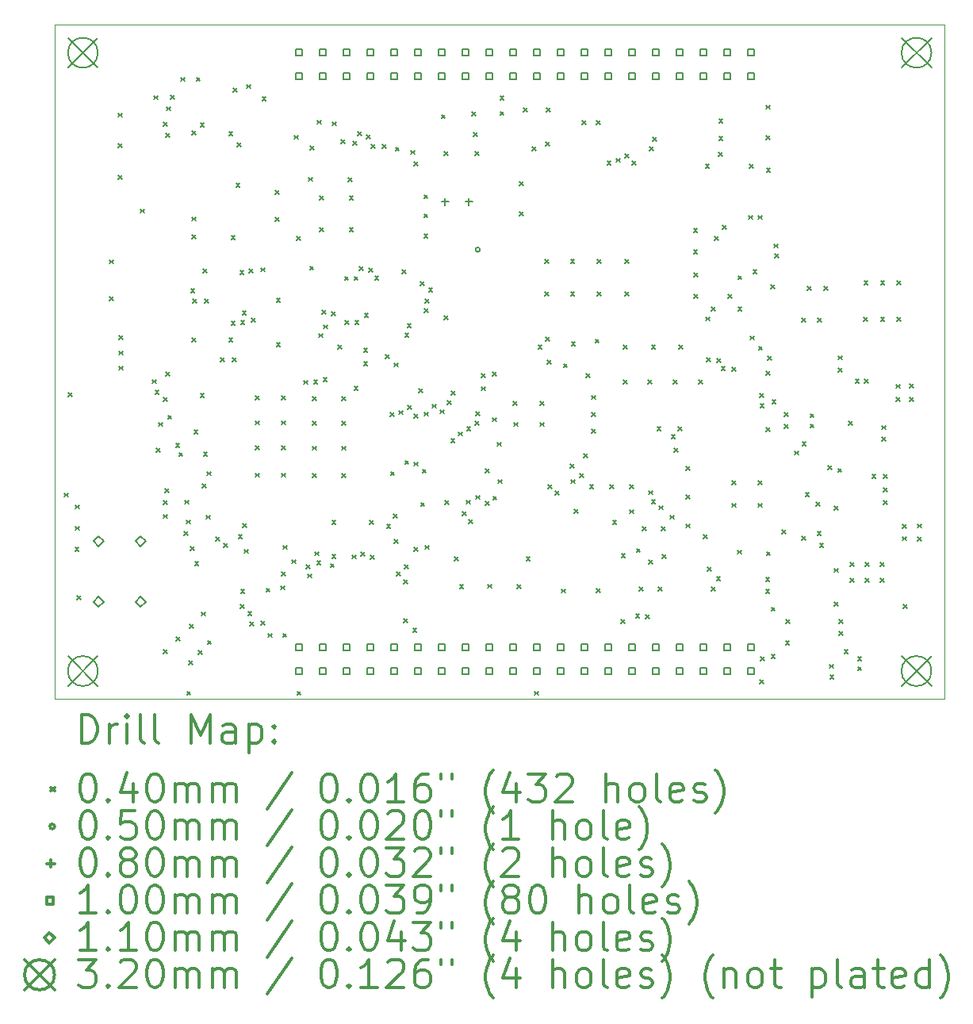
<source format=gbr>
%FSLAX45Y45*%
G04 Gerber Fmt 4.5, Leading zero omitted, Abs format (unit mm)*
G04 Created by KiCad (PCBNEW (5.1.2)-1) date 2019-12-23 07:02:54*
%MOMM*%
%LPD*%
G04 APERTURE LIST*
%ADD10C,0.050000*%
%ADD11C,0.200000*%
%ADD12C,0.300000*%
G04 APERTURE END LIST*
D10*
X10100000Y-5800000D02*
X10100000Y-13000000D01*
X19600000Y-5800000D02*
X10100000Y-5800000D01*
X19600000Y-13000000D02*
X19600000Y-5800000D01*
X10100000Y-13000000D02*
X19600000Y-13000000D01*
D11*
X10199690Y-10801670D02*
X10239690Y-10841670D01*
X10239690Y-10801670D02*
X10199690Y-10841670D01*
X10242108Y-9732076D02*
X10282108Y-9772076D01*
X10282108Y-9732076D02*
X10242108Y-9772076D01*
X10315768Y-11382060D02*
X10355768Y-11422060D01*
X10355768Y-11382060D02*
X10315768Y-11422060D01*
X10321610Y-11157016D02*
X10361610Y-11197016D01*
X10361610Y-11157016D02*
X10321610Y-11197016D01*
X10322880Y-10927400D02*
X10362880Y-10967400D01*
X10362880Y-10927400D02*
X10322880Y-10967400D01*
X10338628Y-11896664D02*
X10378628Y-11936664D01*
X10378628Y-11896664D02*
X10338628Y-11936664D01*
X10687370Y-8311200D02*
X10727370Y-8351200D01*
X10727370Y-8311200D02*
X10687370Y-8351200D01*
X10687370Y-8706170D02*
X10727370Y-8746170D01*
X10727370Y-8706170D02*
X10687370Y-8746170D01*
X10775000Y-6745290D02*
X10815000Y-6785290D01*
X10815000Y-6745290D02*
X10775000Y-6785290D01*
X10780080Y-7070410D02*
X10820080Y-7110410D01*
X10820080Y-7070410D02*
X10780080Y-7110410D01*
X10780080Y-7410770D02*
X10820080Y-7450770D01*
X10820080Y-7410770D02*
X10780080Y-7450770D01*
X10783890Y-9118920D02*
X10823890Y-9158920D01*
X10823890Y-9118920D02*
X10783890Y-9158920D01*
X10786430Y-9284020D02*
X10826430Y-9324020D01*
X10826430Y-9284020D02*
X10786430Y-9324020D01*
X10786430Y-9446580D02*
X10826430Y-9486580D01*
X10826430Y-9446580D02*
X10786430Y-9486580D01*
X11013760Y-7768910D02*
X11053760Y-7808910D01*
X11053760Y-7768910D02*
X11013760Y-7808910D01*
X11143300Y-9588820D02*
X11183300Y-9628820D01*
X11183300Y-9588820D02*
X11143300Y-9628820D01*
X11156000Y-6558600D02*
X11196000Y-6598600D01*
X11196000Y-6558600D02*
X11156000Y-6598600D01*
X11171812Y-9707172D02*
X11211812Y-9747172D01*
X11211812Y-9707172D02*
X11171812Y-9747172D01*
X11186480Y-10321610D02*
X11226480Y-10361610D01*
X11226480Y-10321610D02*
X11186480Y-10361610D01*
X11206800Y-10046020D02*
X11246800Y-10086020D01*
X11246800Y-10046020D02*
X11206800Y-10086020D01*
X11260829Y-6843080D02*
X11300829Y-6883080D01*
X11300829Y-6843080D02*
X11260829Y-6883080D01*
X11261100Y-9779673D02*
X11301100Y-9819673D01*
X11301100Y-9779673D02*
X11261100Y-9819673D01*
X11262172Y-12471212D02*
X11302172Y-12511212D01*
X11302172Y-12471212D02*
X11262172Y-12511212D01*
X11262680Y-10880410D02*
X11302680Y-10920410D01*
X11302680Y-10880410D02*
X11262680Y-10920410D01*
X11262680Y-11029000D02*
X11302680Y-11069000D01*
X11302680Y-11029000D02*
X11262680Y-11069000D01*
X11277258Y-10750981D02*
X11317258Y-10790981D01*
X11317258Y-10750981D02*
X11277258Y-10790981D01*
X11285074Y-9510546D02*
X11325074Y-9550546D01*
X11325074Y-9510546D02*
X11285074Y-9550546D01*
X11288080Y-6959920D02*
X11328080Y-6999920D01*
X11328080Y-6959920D02*
X11288080Y-6999920D01*
X11295574Y-6677174D02*
X11335574Y-6717174D01*
X11335574Y-6677174D02*
X11295574Y-6717174D01*
X11307130Y-9971090D02*
X11347130Y-10011090D01*
X11347130Y-9971090D02*
X11307130Y-10011090D01*
X11334012Y-6552736D02*
X11374012Y-6592736D01*
X11374012Y-6552736D02*
X11334012Y-6592736D01*
X11392310Y-10274176D02*
X11432310Y-10314176D01*
X11432310Y-10274176D02*
X11392310Y-10314176D01*
X11397300Y-12336084D02*
X11437300Y-12376084D01*
X11437300Y-12336084D02*
X11397300Y-12376084D01*
X11425240Y-10368600D02*
X11465240Y-10408600D01*
X11465240Y-10368600D02*
X11425240Y-10408600D01*
X11448100Y-6364290D02*
X11488100Y-6404290D01*
X11488100Y-6364290D02*
X11448100Y-6404290D01*
X11479850Y-11213150D02*
X11519850Y-11253150D01*
X11519850Y-11213150D02*
X11479850Y-11253150D01*
X11491788Y-10875584D02*
X11531788Y-10915584D01*
X11531788Y-10875584D02*
X11491788Y-10915584D01*
X11506357Y-11088182D02*
X11546357Y-11128182D01*
X11546357Y-11088182D02*
X11506357Y-11128182D01*
X11509568Y-12917499D02*
X11549568Y-12957499D01*
X11549568Y-12917499D02*
X11509568Y-12957499D01*
X11529126Y-12591100D02*
X11569126Y-12631100D01*
X11569126Y-12591100D02*
X11529126Y-12631100D01*
X11538778Y-12199940D02*
X11578778Y-12239940D01*
X11578778Y-12199940D02*
X11538778Y-12239940D01*
X11547668Y-11373932D02*
X11587668Y-11413932D01*
X11587668Y-11373932D02*
X11547668Y-11413932D01*
X11553200Y-8617550D02*
X11593200Y-8657550D01*
X11593200Y-8617550D02*
X11553200Y-8657550D01*
X11562400Y-7854000D02*
X11602400Y-7894000D01*
X11602400Y-7854000D02*
X11562400Y-7894000D01*
X11562400Y-8047040D02*
X11602400Y-8087040D01*
X11602400Y-8047040D02*
X11562400Y-8087040D01*
X11563670Y-6937060D02*
X11603670Y-6977060D01*
X11603670Y-6937060D02*
X11563670Y-6977060D01*
X11565900Y-9144600D02*
X11605900Y-9184600D01*
X11605900Y-9144600D02*
X11565900Y-9184600D01*
X11572250Y-8731850D02*
X11612250Y-8771850D01*
X11612250Y-8731850D02*
X11572250Y-8771850D01*
X11585531Y-10127247D02*
X11625531Y-10167247D01*
X11625531Y-10127247D02*
X11585531Y-10167247D01*
X11595420Y-11535476D02*
X11635420Y-11575476D01*
X11635420Y-11535476D02*
X11595420Y-11575476D01*
X11611930Y-6363020D02*
X11651930Y-6403020D01*
X11651930Y-6363020D02*
X11611930Y-6403020D01*
X11629964Y-12483658D02*
X11669964Y-12523658D01*
X11669964Y-12483658D02*
X11629964Y-12523658D01*
X11653840Y-9736140D02*
X11693840Y-9776140D01*
X11693840Y-9736140D02*
X11653840Y-9776140D01*
X11655221Y-6850700D02*
X11695221Y-6890700D01*
X11695221Y-6850700D02*
X11655221Y-6890700D01*
X11667500Y-12070400D02*
X11707500Y-12110400D01*
X11707500Y-12070400D02*
X11667500Y-12110400D01*
X11677716Y-10704134D02*
X11717716Y-10744134D01*
X11717716Y-10704134D02*
X11677716Y-10744134D01*
X11684320Y-8411530D02*
X11724320Y-8451530D01*
X11724320Y-8411530D02*
X11684320Y-8451530D01*
X11687801Y-10362250D02*
X11727801Y-10402250D01*
X11727801Y-10362250D02*
X11687801Y-10402250D01*
X11699250Y-8731850D02*
X11739250Y-8771850D01*
X11739250Y-8731850D02*
X11699250Y-8771850D01*
X11718300Y-11036899D02*
X11758300Y-11076899D01*
X11758300Y-11036899D02*
X11718300Y-11076899D01*
X11726230Y-10571189D02*
X11766230Y-10611189D01*
X11766230Y-10571189D02*
X11726230Y-10611189D01*
X11731056Y-12375962D02*
X11771056Y-12415962D01*
X11771056Y-12375962D02*
X11731056Y-12415962D01*
X11820099Y-11271850D02*
X11860099Y-11311850D01*
X11860099Y-11271850D02*
X11820099Y-11311850D01*
X11869740Y-9357680D02*
X11909740Y-9397680D01*
X11909740Y-9357680D02*
X11869740Y-9397680D01*
X11906231Y-11339219D02*
X11946231Y-11379219D01*
X11946231Y-11339219D02*
X11906231Y-11379219D01*
X11959248Y-6941588D02*
X11999248Y-6981588D01*
X11999248Y-6941588D02*
X11959248Y-6981588D01*
X11959600Y-9144600D02*
X11999600Y-9184600D01*
X11999600Y-9144600D02*
X11959600Y-9184600D01*
X11984040Y-8966520D02*
X12024040Y-9006520D01*
X12024040Y-8966520D02*
X11984040Y-9006520D01*
X11985000Y-8052400D02*
X12025000Y-8092400D01*
X12025000Y-8052400D02*
X11985000Y-8092400D01*
X11999280Y-9357680D02*
X12039280Y-9397680D01*
X12039280Y-9357680D02*
X11999280Y-9397680D01*
X12008446Y-6475526D02*
X12048446Y-6515526D01*
X12048446Y-6475526D02*
X12008446Y-6515526D01*
X12034840Y-7493320D02*
X12074840Y-7533320D01*
X12074840Y-7493320D02*
X12034840Y-7533320D01*
X12049614Y-7061054D02*
X12089614Y-7101054D01*
X12089614Y-7061054D02*
X12049614Y-7101054D01*
X12059732Y-11247948D02*
X12099732Y-11287948D01*
X12099732Y-11247948D02*
X12059732Y-11287948D01*
X12076362Y-8423577D02*
X12116362Y-8463577D01*
X12116362Y-8423577D02*
X12076362Y-8463577D01*
X12083100Y-11987850D02*
X12123100Y-12027850D01*
X12123100Y-11987850D02*
X12083100Y-12027850D01*
X12085640Y-8956360D02*
X12125640Y-8996360D01*
X12125640Y-8956360D02*
X12085640Y-8996360D01*
X12085640Y-11826560D02*
X12125640Y-11866560D01*
X12125640Y-11826560D02*
X12085640Y-11866560D01*
X12103549Y-8857976D02*
X12143549Y-8897976D01*
X12143549Y-8857976D02*
X12103549Y-8897976D01*
X12104352Y-11126450D02*
X12144352Y-11166450D01*
X12144352Y-11126450D02*
X12104352Y-11166450D01*
X12125264Y-11400856D02*
X12165264Y-11440856D01*
X12165264Y-11400856D02*
X12125264Y-11440856D01*
X12149140Y-6439881D02*
X12189140Y-6479881D01*
X12189140Y-6439881D02*
X12149140Y-6479881D01*
X12163092Y-12066277D02*
X12203092Y-12106277D01*
X12203092Y-12066277D02*
X12163092Y-12106277D01*
X12176143Y-8408929D02*
X12216143Y-8448929D01*
X12216143Y-8408929D02*
X12176143Y-8448929D01*
X12184390Y-12179310D02*
X12224390Y-12219310D01*
X12224390Y-12179310D02*
X12184390Y-12219310D01*
X12197400Y-8936040D02*
X12237400Y-8976040D01*
X12237400Y-8936040D02*
X12197400Y-8976040D01*
X12240270Y-9765790D02*
X12280270Y-9805790D01*
X12280270Y-9765790D02*
X12240270Y-9805790D01*
X12240270Y-10029790D02*
X12280270Y-10069790D01*
X12280270Y-10029790D02*
X12240270Y-10069790D01*
X12240270Y-10296490D02*
X12280270Y-10336490D01*
X12280270Y-10296490D02*
X12240270Y-10336490D01*
X12240270Y-10588590D02*
X12280270Y-10628590D01*
X12280270Y-10588590D02*
X12240270Y-10628590D01*
X12300901Y-12170099D02*
X12340901Y-12210099D01*
X12340901Y-12170099D02*
X12300901Y-12210099D01*
X12302500Y-8395300D02*
X12342500Y-8435300D01*
X12342500Y-8395300D02*
X12302500Y-8435300D01*
X12314240Y-6568871D02*
X12354240Y-6608871D01*
X12354240Y-6568871D02*
X12314240Y-6608871D01*
X12356150Y-11816400D02*
X12396150Y-11856400D01*
X12396150Y-11816400D02*
X12356150Y-11856400D01*
X12377740Y-12299508D02*
X12417740Y-12339508D01*
X12417740Y-12299508D02*
X12377740Y-12339508D01*
X12454900Y-7569800D02*
X12494900Y-7609800D01*
X12494900Y-7569800D02*
X12454900Y-7609800D01*
X12454900Y-7855550D02*
X12494900Y-7895550D01*
X12494900Y-7855550D02*
X12454900Y-7895550D01*
X12467600Y-8722569D02*
X12507600Y-8762569D01*
X12507600Y-8722569D02*
X12467600Y-8762569D01*
X12467600Y-9194160D02*
X12507600Y-9234160D01*
X12507600Y-9194160D02*
X12467600Y-9234160D01*
X12514900Y-11791000D02*
X12554900Y-11831000D01*
X12554900Y-11791000D02*
X12514900Y-11831000D01*
X12519670Y-9765790D02*
X12559670Y-9805790D01*
X12559670Y-9765790D02*
X12519670Y-9805790D01*
X12519670Y-10029790D02*
X12559670Y-10069790D01*
X12559670Y-10029790D02*
X12519670Y-10069790D01*
X12519670Y-10296490D02*
X12559670Y-10336490D01*
X12559670Y-10296490D02*
X12519670Y-10336490D01*
X12519670Y-10588590D02*
X12559670Y-10628590D01*
X12559670Y-10588590D02*
X12519670Y-10628590D01*
X12519980Y-11643680D02*
X12559980Y-11683680D01*
X12559980Y-11643680D02*
X12519980Y-11683680D01*
X12535728Y-12299508D02*
X12575728Y-12339508D01*
X12575728Y-12299508D02*
X12535728Y-12339508D01*
X12540300Y-11359200D02*
X12580300Y-11399200D01*
X12580300Y-11359200D02*
X12540300Y-11399200D01*
X12629641Y-11511600D02*
X12669641Y-11551600D01*
X12669641Y-11511600D02*
X12629641Y-11551600D01*
X12654600Y-6981510D02*
X12694600Y-7021510D01*
X12694600Y-6981510D02*
X12654600Y-7021510D01*
X12683500Y-8058750D02*
X12723500Y-8098750D01*
X12723500Y-8058750D02*
X12683500Y-8098750D01*
X12686087Y-12917499D02*
X12726087Y-12957499D01*
X12726087Y-12917499D02*
X12686087Y-12957499D01*
X12761280Y-9598980D02*
X12801280Y-9638980D01*
X12801280Y-9598980D02*
X12761280Y-9638980D01*
X12781829Y-11566721D02*
X12821829Y-11606721D01*
X12821829Y-11566721D02*
X12781829Y-11606721D01*
X12800824Y-11664902D02*
X12840824Y-11704902D01*
X12840824Y-11664902D02*
X12800824Y-11704902D01*
X12810500Y-7430100D02*
X12850500Y-7470100D01*
X12850500Y-7430100D02*
X12810500Y-7470100D01*
X12823510Y-8379780D02*
X12863510Y-8419780D01*
X12863510Y-8379780D02*
X12823510Y-8419780D01*
X12824780Y-7098350D02*
X12864780Y-7138350D01*
X12864780Y-7098350D02*
X12824780Y-7138350D01*
X12853680Y-9769600D02*
X12893680Y-9809600D01*
X12893680Y-9769600D02*
X12853680Y-9809600D01*
X12853680Y-10033600D02*
X12893680Y-10073600D01*
X12893680Y-10033600D02*
X12853680Y-10073600D01*
X12853680Y-10300300D02*
X12893680Y-10340300D01*
X12893680Y-10300300D02*
X12853680Y-10340300D01*
X12853680Y-10592400D02*
X12893680Y-10632400D01*
X12893680Y-10592400D02*
X12853680Y-10632400D01*
X12864379Y-9594848D02*
X12904379Y-9634848D01*
X12904379Y-9594848D02*
X12864379Y-9634848D01*
X12874539Y-11427228D02*
X12914539Y-11467228D01*
X12914539Y-11427228D02*
X12874539Y-11467228D01*
X12897909Y-11524460D02*
X12937909Y-11564460D01*
X12937909Y-11524460D02*
X12897909Y-11564460D01*
X12901479Y-6821057D02*
X12941479Y-6861057D01*
X12941479Y-6821057D02*
X12901479Y-6861057D01*
X12918760Y-9098600D02*
X12958760Y-9138600D01*
X12958760Y-9098600D02*
X12918760Y-9138600D01*
X12927650Y-7631750D02*
X12967650Y-7671750D01*
X12967650Y-7631750D02*
X12927650Y-7671750D01*
X12927650Y-7968300D02*
X12967650Y-8008300D01*
X12967650Y-7968300D02*
X12927650Y-8008300D01*
X12955894Y-8848768D02*
X12995894Y-8888768D01*
X12995894Y-8848768D02*
X12955894Y-8888768D01*
X12967020Y-9571040D02*
X13007020Y-9611040D01*
X13007020Y-9571040D02*
X12967020Y-9611040D01*
X12973699Y-9006345D02*
X13013699Y-9046345D01*
X13013699Y-9006345D02*
X12973699Y-9046345D01*
X13042910Y-11554505D02*
X13082910Y-11594505D01*
X13082910Y-11554505D02*
X13042910Y-11594505D01*
X13053854Y-8868864D02*
X13093854Y-8908864D01*
X13093854Y-8868864D02*
X13053854Y-8908864D01*
X13058460Y-11095184D02*
X13098460Y-11135184D01*
X13098460Y-11095184D02*
X13058460Y-11135184D01*
X13058460Y-11455720D02*
X13098460Y-11495720D01*
X13098460Y-11455720D02*
X13058460Y-11495720D01*
X13063023Y-6838753D02*
X13103023Y-6878753D01*
X13103023Y-6838753D02*
X13063023Y-6878753D01*
X13121650Y-9220800D02*
X13161650Y-9260800D01*
X13161650Y-9220800D02*
X13121650Y-9260800D01*
X13157520Y-7031040D02*
X13197520Y-7071040D01*
X13197520Y-7031040D02*
X13157520Y-7071040D01*
X13166100Y-9769600D02*
X13206100Y-9809600D01*
X13206100Y-9769600D02*
X13166100Y-9809600D01*
X13166100Y-10033600D02*
X13206100Y-10073600D01*
X13206100Y-10033600D02*
X13166100Y-10073600D01*
X13166100Y-10300300D02*
X13206100Y-10340300D01*
X13206100Y-10300300D02*
X13166100Y-10340300D01*
X13166100Y-10592400D02*
X13206100Y-10632400D01*
X13206100Y-10592400D02*
X13166100Y-10632400D01*
X13194350Y-8489000D02*
X13234350Y-8529000D01*
X13234350Y-8489000D02*
X13194350Y-8529000D01*
X13196890Y-8958900D02*
X13236890Y-8998900D01*
X13236890Y-8958900D02*
X13196890Y-8998900D01*
X13232450Y-7434900D02*
X13272450Y-7474900D01*
X13272450Y-7434900D02*
X13232450Y-7474900D01*
X13245150Y-7631750D02*
X13285150Y-7671750D01*
X13285150Y-7631750D02*
X13245150Y-7671750D01*
X13245150Y-7968300D02*
X13285150Y-8008300D01*
X13285150Y-7968300D02*
X13245150Y-8008300D01*
X13273286Y-11461955D02*
X13313286Y-11501955D01*
X13313286Y-11461955D02*
X13273286Y-11501955D01*
X13286750Y-7042750D02*
X13326750Y-7082750D01*
X13326750Y-7042750D02*
X13286750Y-7082750D01*
X13296415Y-8488535D02*
X13336415Y-8528535D01*
X13336415Y-8488535D02*
X13296415Y-8528535D01*
X13297220Y-9662480D02*
X13337220Y-9702480D01*
X13337220Y-9662480D02*
X13297220Y-9702480D01*
X13304840Y-8961440D02*
X13344840Y-9001440D01*
X13344840Y-8961440D02*
X13304840Y-9001440D01*
X13332470Y-6945076D02*
X13372470Y-6985076D01*
X13372470Y-6945076D02*
X13332470Y-6985076D01*
X13352901Y-8380528D02*
X13392901Y-8420528D01*
X13392901Y-8380528D02*
X13352901Y-8420528D01*
X13369119Y-11433381D02*
X13409119Y-11473381D01*
X13409119Y-11433381D02*
X13369119Y-11473381D01*
X13398820Y-9253540D02*
X13438820Y-9293540D01*
X13438820Y-9253540D02*
X13398820Y-9293540D01*
X13398820Y-9402130D02*
X13438820Y-9442130D01*
X13438820Y-9402130D02*
X13398820Y-9442130D01*
X13406440Y-8882700D02*
X13446440Y-8922700D01*
X13446440Y-8882700D02*
X13406440Y-8922700D01*
X13426450Y-6979250D02*
X13466450Y-7019250D01*
X13466450Y-6979250D02*
X13426450Y-7019250D01*
X13450917Y-8400355D02*
X13490917Y-8440355D01*
X13490917Y-8400355D02*
X13450917Y-8440355D01*
X13462320Y-11095183D02*
X13502320Y-11135183D01*
X13502320Y-11095183D02*
X13462320Y-11135183D01*
X13468480Y-11463347D02*
X13508480Y-11503347D01*
X13508480Y-11463347D02*
X13468480Y-11503347D01*
X13476752Y-7076572D02*
X13516752Y-7116572D01*
X13516752Y-7076572D02*
X13476752Y-7116572D01*
X13516959Y-8482056D02*
X13556959Y-8522056D01*
X13556959Y-8482056D02*
X13516959Y-8522056D01*
X13597900Y-7080850D02*
X13637900Y-7120850D01*
X13637900Y-7080850D02*
X13597900Y-7120850D01*
X13633291Y-9325109D02*
X13673291Y-9365109D01*
X13673291Y-9325109D02*
X13633291Y-9365109D01*
X13643168Y-11132632D02*
X13683168Y-11172632D01*
X13683168Y-11132632D02*
X13643168Y-11172632D01*
X13680293Y-9943547D02*
X13720293Y-9983547D01*
X13720293Y-9943547D02*
X13680293Y-9983547D01*
X13686000Y-10571400D02*
X13726000Y-10611400D01*
X13726000Y-10571400D02*
X13686000Y-10611400D01*
X13716320Y-11023920D02*
X13756320Y-11063920D01*
X13756320Y-11023920D02*
X13716320Y-11063920D01*
X13722727Y-11296095D02*
X13762727Y-11336095D01*
X13762727Y-11296095D02*
X13722727Y-11336095D01*
X13724900Y-9411300D02*
X13764900Y-9451300D01*
X13764900Y-9411300D02*
X13724900Y-9451300D01*
X13735743Y-7109329D02*
X13775743Y-7149329D01*
X13775743Y-7109329D02*
X13735743Y-7149329D01*
X13750518Y-11642620D02*
X13790518Y-11682620D01*
X13790518Y-11642620D02*
X13750518Y-11682620D01*
X13777207Y-9918891D02*
X13817207Y-9958891D01*
X13817207Y-9918891D02*
X13777207Y-9958891D01*
X13811754Y-8418035D02*
X13851754Y-8458035D01*
X13851754Y-8418035D02*
X13811754Y-8458035D01*
X13828080Y-11728770D02*
X13868080Y-11768770D01*
X13868080Y-11728770D02*
X13828080Y-11768770D01*
X13828080Y-12145330D02*
X13868080Y-12185330D01*
X13868080Y-12145330D02*
X13828080Y-12185330D01*
X13835807Y-11566991D02*
X13875807Y-11606991D01*
X13875807Y-11566991D02*
X13835807Y-11606991D01*
X13838748Y-10453071D02*
X13878748Y-10493071D01*
X13878748Y-10453071D02*
X13838748Y-10493071D01*
X13839200Y-9093800D02*
X13879200Y-9133800D01*
X13879200Y-9093800D02*
X13839200Y-9133800D01*
X13864600Y-8992200D02*
X13904600Y-9032200D01*
X13904600Y-8992200D02*
X13864600Y-9032200D01*
X13870539Y-9862347D02*
X13910539Y-9902347D01*
X13910539Y-9862347D02*
X13870539Y-9902347D01*
X13902700Y-7142855D02*
X13942700Y-7182855D01*
X13942700Y-7142855D02*
X13902700Y-7182855D01*
X13922060Y-12246930D02*
X13962060Y-12286930D01*
X13962060Y-12246930D02*
X13922060Y-12286930D01*
X13937300Y-9957120D02*
X13977300Y-9997120D01*
X13977300Y-9957120D02*
X13937300Y-9997120D01*
X13937300Y-11378250D02*
X13977300Y-11418250D01*
X13977300Y-11378250D02*
X13937300Y-11418250D01*
X13937612Y-10469877D02*
X13977612Y-10509877D01*
X13977612Y-10469877D02*
X13937612Y-10509877D01*
X13938150Y-7265000D02*
X13978150Y-7305000D01*
X13978150Y-7265000D02*
X13938150Y-7305000D01*
X13989003Y-9689750D02*
X14029003Y-9729750D01*
X14029003Y-9689750D02*
X13989003Y-9729750D01*
X14000800Y-8544880D02*
X14040800Y-8584880D01*
X14040800Y-8544880D02*
X14000800Y-8584880D01*
X14007732Y-10902000D02*
X14047732Y-10942000D01*
X14047732Y-10902000D02*
X14007732Y-10942000D01*
X14025338Y-10545539D02*
X14065338Y-10585539D01*
X14065338Y-10545539D02*
X14025338Y-10585539D01*
X14042400Y-7618060D02*
X14082400Y-7658060D01*
X14082400Y-7618060D02*
X14042400Y-7658060D01*
X14042400Y-7821260D02*
X14082400Y-7861260D01*
X14082400Y-7821260D02*
X14042400Y-7861260D01*
X14042400Y-8037160D02*
X14082400Y-8077160D01*
X14082400Y-8037160D02*
X14042400Y-8077160D01*
X14046520Y-9936800D02*
X14086520Y-9976800D01*
X14086520Y-9936800D02*
X14046520Y-9976800D01*
X14047680Y-8834440D02*
X14087680Y-8874440D01*
X14087680Y-8834440D02*
X14047680Y-8874440D01*
X14051600Y-8730300D02*
X14091600Y-8770300D01*
X14091600Y-8730300D02*
X14051600Y-8770300D01*
X14051600Y-11359200D02*
X14091600Y-11399200D01*
X14091600Y-11359200D02*
X14051600Y-11399200D01*
X14092859Y-8610369D02*
X14132859Y-8650369D01*
X14132859Y-8610369D02*
X14092859Y-8650369D01*
X14131989Y-9851844D02*
X14171989Y-9891844D01*
X14171989Y-9851844D02*
X14131989Y-9891844D01*
X14212945Y-9910548D02*
X14252945Y-9950548D01*
X14252945Y-9910548D02*
X14212945Y-9950548D01*
X14228130Y-6761800D02*
X14268130Y-6801800D01*
X14268130Y-6761800D02*
X14228130Y-6801800D01*
X14254600Y-8909650D02*
X14294600Y-8949650D01*
X14294600Y-8909650D02*
X14254600Y-8949650D01*
X14254800Y-7158040D02*
X14294800Y-7198040D01*
X14294800Y-7158040D02*
X14254800Y-7198040D01*
X14264960Y-10878632D02*
X14304960Y-10918632D01*
X14304960Y-10878632D02*
X14264960Y-10918632D01*
X14290050Y-9811350D02*
X14330050Y-9851350D01*
X14330050Y-9811350D02*
X14290050Y-9851350D01*
X14329222Y-10218740D02*
X14369222Y-10258740D01*
X14369222Y-10218740D02*
X14329222Y-10258740D01*
X14334500Y-9709750D02*
X14374500Y-9749750D01*
X14374500Y-9709750D02*
X14334500Y-9749750D01*
X14366560Y-11481120D02*
X14406560Y-11521120D01*
X14406560Y-11481120D02*
X14366560Y-11521120D01*
X14408632Y-10147900D02*
X14448632Y-10187900D01*
X14448632Y-10147900D02*
X14408632Y-10187900D01*
X14421932Y-11777284D02*
X14461932Y-11817284D01*
X14461932Y-11777284D02*
X14421932Y-11817284D01*
X14449872Y-11001060D02*
X14489872Y-11041060D01*
X14489872Y-11001060D02*
X14449872Y-11041060D01*
X14496100Y-10877616D02*
X14536100Y-10917616D01*
X14536100Y-10877616D02*
X14496100Y-10917616D01*
X14499600Y-10090750D02*
X14539600Y-10130750D01*
X14539600Y-10090750D02*
X14499600Y-10130750D01*
X14517478Y-11083822D02*
X14557478Y-11123822D01*
X14557478Y-11083822D02*
X14517478Y-11123822D01*
X14555790Y-6731320D02*
X14595790Y-6771320D01*
X14595790Y-6731320D02*
X14555790Y-6771320D01*
X14571030Y-6952300D02*
X14611030Y-6992300D01*
X14611030Y-6952300D02*
X14571030Y-6992300D01*
X14585000Y-7158040D02*
X14625000Y-7198040D01*
X14625000Y-7158040D02*
X14585000Y-7198040D01*
X14589858Y-10035420D02*
X14629858Y-10075420D01*
X14629858Y-10035420D02*
X14589858Y-10075420D01*
X14593943Y-9933802D02*
X14633943Y-9973802D01*
X14633943Y-9933802D02*
X14593943Y-9973802D01*
X14597700Y-10825800D02*
X14637700Y-10865800D01*
X14637700Y-10825800D02*
X14597700Y-10865800D01*
X14654850Y-9523542D02*
X14694850Y-9563542D01*
X14694850Y-9523542D02*
X14654850Y-9563542D01*
X14654850Y-9666290D02*
X14694850Y-9706290D01*
X14694850Y-9666290D02*
X14654850Y-9706290D01*
X14696066Y-10541320D02*
X14736066Y-10581320D01*
X14736066Y-10541320D02*
X14696066Y-10581320D01*
X14696274Y-10890242D02*
X14736274Y-10930242D01*
X14736274Y-10890242D02*
X14696274Y-10930242D01*
X14721398Y-11774490D02*
X14761398Y-11814490D01*
X14761398Y-11774490D02*
X14721398Y-11814490D01*
X14772650Y-9995500D02*
X14812650Y-10035500D01*
X14812650Y-9995500D02*
X14772650Y-10035500D01*
X14772650Y-9507230D02*
X14812650Y-9547230D01*
X14812650Y-9507230D02*
X14772650Y-9547230D01*
X14778464Y-10833277D02*
X14818464Y-10873277D01*
X14818464Y-10833277D02*
X14778464Y-10873277D01*
X14825284Y-10259380D02*
X14865284Y-10299380D01*
X14865284Y-10259380D02*
X14825284Y-10299380D01*
X14830364Y-10655620D02*
X14870364Y-10695620D01*
X14870364Y-10655620D02*
X14830364Y-10695620D01*
X14854240Y-6728780D02*
X14894240Y-6768780D01*
X14894240Y-6728780D02*
X14854240Y-6768780D01*
X14855510Y-6561140D02*
X14895510Y-6601140D01*
X14895510Y-6561140D02*
X14855510Y-6601140D01*
X14994900Y-9824050D02*
X15034900Y-9864050D01*
X15034900Y-9824050D02*
X14994900Y-9864050D01*
X15001250Y-10046300D02*
X15041250Y-10086300D01*
X15041250Y-10046300D02*
X15001250Y-10086300D01*
X15037628Y-11777284D02*
X15077628Y-11817284D01*
X15077628Y-11777284D02*
X15037628Y-11817284D01*
X15064750Y-7476699D02*
X15104750Y-7516699D01*
X15104750Y-7476699D02*
X15064750Y-7516699D01*
X15064750Y-7798400D02*
X15104750Y-7838400D01*
X15104750Y-7798400D02*
X15064750Y-7838400D01*
X15101636Y-6687632D02*
X15141636Y-6727632D01*
X15141636Y-6687632D02*
X15101636Y-6727632D01*
X15133132Y-11479342D02*
X15173132Y-11519342D01*
X15173132Y-11479342D02*
X15133132Y-11519342D01*
X15199680Y-7102160D02*
X15239680Y-7142160D01*
X15239680Y-7102160D02*
X15199680Y-7142160D01*
X15225579Y-12917499D02*
X15265579Y-12957499D01*
X15265579Y-12917499D02*
X15225579Y-12957499D01*
X15261600Y-9224500D02*
X15301600Y-9264500D01*
X15301600Y-9224500D02*
X15261600Y-9264500D01*
X15280650Y-9824050D02*
X15320650Y-9864050D01*
X15320650Y-9824050D02*
X15280650Y-9864050D01*
X15280650Y-10046300D02*
X15320650Y-10086300D01*
X15320650Y-10046300D02*
X15280650Y-10086300D01*
X15334300Y-8304850D02*
X15374300Y-8344850D01*
X15374300Y-8304850D02*
X15334300Y-8344850D01*
X15334300Y-8654100D02*
X15374300Y-8694100D01*
X15374300Y-8654100D02*
X15334300Y-8694100D01*
X15341920Y-7051360D02*
X15381920Y-7091360D01*
X15381920Y-7051360D02*
X15341920Y-7091360D01*
X15344150Y-9138250D02*
X15384150Y-9178250D01*
X15384150Y-9138250D02*
X15344150Y-9178250D01*
X15349540Y-6688140D02*
X15389540Y-6728140D01*
X15389540Y-6688140D02*
X15349540Y-6728140D01*
X15358176Y-9382572D02*
X15398176Y-9422572D01*
X15398176Y-9382572D02*
X15358176Y-9422572D01*
X15368666Y-10709230D02*
X15408666Y-10749230D01*
X15408666Y-10709230D02*
X15368666Y-10749230D01*
X15445349Y-10781731D02*
X15485349Y-10821731D01*
X15485349Y-10781731D02*
X15445349Y-10821731D01*
X15510830Y-11824020D02*
X15550830Y-11864020D01*
X15550830Y-11824020D02*
X15510830Y-11864020D01*
X15531540Y-9420384D02*
X15571540Y-9460384D01*
X15571540Y-9420384D02*
X15531540Y-9460384D01*
X15604041Y-10493060D02*
X15644041Y-10533060D01*
X15644041Y-10493060D02*
X15604041Y-10533060D01*
X15607350Y-8304850D02*
X15647350Y-8344850D01*
X15647350Y-8304850D02*
X15607350Y-8344850D01*
X15607350Y-8654100D02*
X15647350Y-8694100D01*
X15647350Y-8654100D02*
X15607350Y-8694100D01*
X15610850Y-10655900D02*
X15650850Y-10695900D01*
X15650850Y-10655900D02*
X15610850Y-10695900D01*
X15617200Y-9189050D02*
X15657200Y-9229050D01*
X15657200Y-9189050D02*
X15617200Y-9229050D01*
X15647228Y-10973882D02*
X15687228Y-11013882D01*
X15687228Y-10973882D02*
X15647228Y-11013882D01*
X15702600Y-10590850D02*
X15742600Y-10630850D01*
X15742600Y-10590850D02*
X15702600Y-10630850D01*
X15728000Y-6827840D02*
X15768000Y-6867840D01*
X15768000Y-6827840D02*
X15728000Y-6867840D01*
X15745140Y-10381940D02*
X15785140Y-10421940D01*
X15785140Y-10381940D02*
X15745140Y-10421940D01*
X15775950Y-9525600D02*
X15815950Y-9565600D01*
X15815950Y-9525600D02*
X15775950Y-9565600D01*
X15811820Y-10711500D02*
X15851820Y-10751500D01*
X15851820Y-10711500D02*
X15811820Y-10751500D01*
X15829600Y-9759000D02*
X15869600Y-9799000D01*
X15869600Y-9759000D02*
X15829600Y-9799000D01*
X15829600Y-9943150D02*
X15869600Y-9983150D01*
X15869600Y-9943150D02*
X15829600Y-9983150D01*
X15829600Y-10120950D02*
X15869600Y-10160950D01*
X15869600Y-10120950D02*
X15829600Y-10160950D01*
X15870748Y-9159052D02*
X15910748Y-9199052D01*
X15910748Y-9159052D02*
X15870748Y-9199052D01*
X15881670Y-11821480D02*
X15921670Y-11861480D01*
X15921670Y-11821480D02*
X15881670Y-11861480D01*
X15882940Y-6827840D02*
X15922940Y-6867840D01*
X15922940Y-6827840D02*
X15882940Y-6867840D01*
X15893100Y-8304850D02*
X15933100Y-8344850D01*
X15933100Y-8304850D02*
X15893100Y-8344850D01*
X15893100Y-8654100D02*
X15933100Y-8694100D01*
X15933100Y-8654100D02*
X15893100Y-8694100D01*
X15998200Y-7257154D02*
X16038200Y-7297154D01*
X16038200Y-7257154D02*
X15998200Y-7297154D01*
X16025180Y-10711500D02*
X16065180Y-10751500D01*
X16065180Y-10711500D02*
X16025180Y-10751500D01*
X16056168Y-11095548D02*
X16096168Y-11135548D01*
X16096168Y-11095548D02*
X16056168Y-11135548D01*
X16095416Y-7226742D02*
X16135416Y-7266742D01*
X16135416Y-7226742D02*
X16095416Y-7266742D01*
X16148624Y-12148632D02*
X16188624Y-12188632D01*
X16188624Y-12148632D02*
X16148624Y-12188632D01*
X16149640Y-11450640D02*
X16189640Y-11490640D01*
X16189640Y-11450640D02*
X16149640Y-11490640D01*
X16172500Y-9219250D02*
X16212500Y-9259250D01*
X16212500Y-9219250D02*
X16172500Y-9259250D01*
X16172500Y-9593900D02*
X16212500Y-9633900D01*
X16212500Y-9593900D02*
X16172500Y-9633900D01*
X16185200Y-8304850D02*
X16225200Y-8344850D01*
X16225200Y-8304850D02*
X16185200Y-8344850D01*
X16185200Y-8654100D02*
X16225200Y-8694100D01*
X16225200Y-8654100D02*
X16185200Y-8694100D01*
X16189690Y-7181758D02*
X16229690Y-7221758D01*
X16229690Y-7181758D02*
X16189690Y-7221758D01*
X16236000Y-10978200D02*
X16276000Y-11018200D01*
X16276000Y-10978200D02*
X16236000Y-11018200D01*
X16238540Y-10714040D02*
X16278540Y-10754040D01*
X16278540Y-10714040D02*
X16238540Y-10754040D01*
X16261400Y-7259640D02*
X16301400Y-7299640D01*
X16301400Y-7259640D02*
X16261400Y-7299640D01*
X16303056Y-12092101D02*
X16343056Y-12132101D01*
X16343056Y-12092101D02*
X16303056Y-12132101D01*
X16309660Y-11392220D02*
X16349660Y-11432220D01*
X16349660Y-11392220D02*
X16309660Y-11432220D01*
X16337346Y-11805224D02*
X16377346Y-11845224D01*
X16377346Y-11805224D02*
X16337346Y-11845224D01*
X16373668Y-11158032D02*
X16413668Y-11198032D01*
X16413668Y-11158032D02*
X16373668Y-11198032D01*
X16408720Y-12101388D02*
X16448720Y-12141388D01*
X16448720Y-12101388D02*
X16408720Y-12141388D01*
X16432850Y-9593900D02*
X16472850Y-9633900D01*
X16472850Y-9593900D02*
X16432850Y-9633900D01*
X16443264Y-11518458D02*
X16483264Y-11558458D01*
X16483264Y-11518458D02*
X16443264Y-11558458D01*
X16444280Y-10775000D02*
X16484280Y-10815000D01*
X16484280Y-10775000D02*
X16444280Y-10815000D01*
X16449050Y-7106250D02*
X16489050Y-7146250D01*
X16489050Y-7106250D02*
X16449050Y-7146250D01*
X16470950Y-9219250D02*
X16510950Y-9259250D01*
X16510950Y-9219250D02*
X16470950Y-9259250D01*
X16472671Y-10870886D02*
X16512671Y-10910886D01*
X16512671Y-10870886D02*
X16472671Y-10910886D01*
X16487150Y-7004650D02*
X16527150Y-7044650D01*
X16527150Y-7004650D02*
X16487150Y-7044650D01*
X16531600Y-10090750D02*
X16571600Y-10130750D01*
X16571600Y-10090750D02*
X16531600Y-10130750D01*
X16543594Y-11805224D02*
X16583594Y-11845224D01*
X16583594Y-11805224D02*
X16543594Y-11845224D01*
X16549426Y-10934986D02*
X16589426Y-10974986D01*
X16589426Y-10934986D02*
X16549426Y-10974986D01*
X16576360Y-11158540D02*
X16616360Y-11198540D01*
X16616360Y-11158540D02*
X16576360Y-11198540D01*
X16588298Y-11454450D02*
X16628298Y-11494450D01*
X16628298Y-11454450D02*
X16588298Y-11494450D01*
X16667800Y-11036620D02*
X16707800Y-11076620D01*
X16707800Y-11036620D02*
X16667800Y-11076620D01*
X16684000Y-10179650D02*
X16724000Y-10219650D01*
X16724000Y-10179650D02*
X16684000Y-10219650D01*
X16705900Y-9593900D02*
X16745900Y-9633900D01*
X16745900Y-9593900D02*
X16705900Y-9633900D01*
X16715750Y-10319350D02*
X16755750Y-10359350D01*
X16755750Y-10319350D02*
X16715750Y-10359350D01*
X16753850Y-10090750D02*
X16793850Y-10130750D01*
X16793850Y-10090750D02*
X16753850Y-10130750D01*
X16763050Y-9219250D02*
X16803050Y-9259250D01*
X16803050Y-9219250D02*
X16763050Y-9259250D01*
X16840000Y-10515920D02*
X16880000Y-10555920D01*
X16880000Y-10515920D02*
X16840000Y-10555920D01*
X16840000Y-10820000D02*
X16880000Y-10860000D01*
X16880000Y-10820000D02*
X16840000Y-10860000D01*
X16840000Y-11131350D02*
X16880000Y-11171350D01*
X16880000Y-11131350D02*
X16840000Y-11171350D01*
X16919260Y-7978460D02*
X16959260Y-8018460D01*
X16959260Y-7978460D02*
X16919260Y-8018460D01*
X16919260Y-8207060D02*
X16959260Y-8247060D01*
X16959260Y-8207060D02*
X16919260Y-8247060D01*
X16921800Y-8448360D02*
X16961800Y-8488360D01*
X16961800Y-8448360D02*
X16921800Y-8488360D01*
X16921800Y-8676960D02*
X16961800Y-8716960D01*
X16961800Y-8676960D02*
X16921800Y-8716960D01*
X16972600Y-9593900D02*
X17012600Y-9633900D01*
X17012600Y-9593900D02*
X16972600Y-9633900D01*
X17023400Y-11244900D02*
X17063400Y-11284900D01*
X17063400Y-11244900D02*
X17023400Y-11284900D01*
X17047377Y-7293575D02*
X17087377Y-7333575D01*
X17087377Y-7293575D02*
X17047377Y-7333575D01*
X17053880Y-8920800D02*
X17093880Y-8960800D01*
X17093880Y-8920800D02*
X17053880Y-8960800D01*
X17058650Y-9354150D02*
X17098650Y-9394150D01*
X17098650Y-9354150D02*
X17058650Y-9394150D01*
X17069628Y-11593388D02*
X17109628Y-11633388D01*
X17109628Y-11593388D02*
X17069628Y-11633388D01*
X17108601Y-8814400D02*
X17148601Y-8854400D01*
X17148601Y-8814400D02*
X17108601Y-8854400D01*
X17109760Y-11806240D02*
X17149760Y-11846240D01*
X17149760Y-11806240D02*
X17109760Y-11846240D01*
X17144304Y-8061518D02*
X17184304Y-8101518D01*
X17184304Y-8061518D02*
X17144304Y-8101518D01*
X17166656Y-11693464D02*
X17206656Y-11733464D01*
X17206656Y-11693464D02*
X17166656Y-11733464D01*
X17171408Y-9363014D02*
X17211408Y-9403014D01*
X17211408Y-9363014D02*
X17171408Y-9403014D01*
X17189262Y-7165406D02*
X17229262Y-7205406D01*
X17229262Y-7165406D02*
X17189262Y-7205406D01*
X17190532Y-6806250D02*
X17230532Y-6846250D01*
X17230532Y-6806250D02*
X17190532Y-6846250D01*
X17190532Y-6994464D02*
X17230532Y-7034464D01*
X17230532Y-6994464D02*
X17190532Y-7034464D01*
X17217202Y-9451914D02*
X17257202Y-9491914D01*
X17257202Y-9451914D02*
X17217202Y-9491914D01*
X17229251Y-7942900D02*
X17269251Y-7982900D01*
X17269251Y-7942900D02*
X17229251Y-7982900D01*
X17290354Y-8678992D02*
X17330354Y-8718992D01*
X17330354Y-8678992D02*
X17290354Y-8718992D01*
X17327990Y-9455797D02*
X17367990Y-9495797D01*
X17367990Y-9455797D02*
X17327990Y-9495797D01*
X17330000Y-10670000D02*
X17370000Y-10710000D01*
X17370000Y-10670000D02*
X17330000Y-10710000D01*
X17330000Y-10910000D02*
X17370000Y-10950000D01*
X17370000Y-10910000D02*
X17330000Y-10950000D01*
X17390000Y-11410000D02*
X17430000Y-11450000D01*
X17430000Y-11410000D02*
X17390000Y-11450000D01*
X17394240Y-8481380D02*
X17434240Y-8521380D01*
X17434240Y-8481380D02*
X17394240Y-8521380D01*
X17395651Y-8815531D02*
X17435651Y-8855531D01*
X17435651Y-8815531D02*
X17395651Y-8855531D01*
X17511334Y-7838252D02*
X17551334Y-7878252D01*
X17551334Y-7838252D02*
X17511334Y-7878252D01*
X17515297Y-7293575D02*
X17555297Y-7333575D01*
X17555297Y-7293575D02*
X17515297Y-7333575D01*
X17523780Y-9124000D02*
X17563780Y-9164000D01*
X17563780Y-9124000D02*
X17523780Y-9164000D01*
X17555276Y-8414324D02*
X17595276Y-8454324D01*
X17595276Y-8414324D02*
X17555276Y-8454324D01*
X17608616Y-7838252D02*
X17648616Y-7878252D01*
X17648616Y-7838252D02*
X17608616Y-7878252D01*
X17610000Y-10670000D02*
X17650000Y-10710000D01*
X17650000Y-10670000D02*
X17610000Y-10710000D01*
X17610000Y-10910000D02*
X17650000Y-10950000D01*
X17650000Y-10910000D02*
X17610000Y-10950000D01*
X17615220Y-9233220D02*
X17655220Y-9273220D01*
X17655220Y-9233220D02*
X17615220Y-9273220D01*
X17625634Y-12797094D02*
X17665634Y-12837094D01*
X17665634Y-12797094D02*
X17625634Y-12837094D01*
X17627920Y-9736140D02*
X17667920Y-9776140D01*
X17667920Y-9736140D02*
X17627920Y-9776140D01*
X17630460Y-9850440D02*
X17670460Y-9890440D01*
X17670460Y-9850440D02*
X17630460Y-9890440D01*
X17633762Y-12547158D02*
X17673762Y-12587158D01*
X17673762Y-12547158D02*
X17633762Y-12587158D01*
X17691166Y-11699560D02*
X17731166Y-11739560D01*
X17731166Y-11699560D02*
X17691166Y-11739560D01*
X17691166Y-11826560D02*
X17731166Y-11866560D01*
X17731166Y-11826560D02*
X17691166Y-11866560D01*
X17693960Y-6660200D02*
X17733960Y-6700200D01*
X17733960Y-6660200D02*
X17693960Y-6700200D01*
X17693960Y-6985320D02*
X17733960Y-7025320D01*
X17733960Y-6985320D02*
X17693960Y-7025320D01*
X17695860Y-10102540D02*
X17735860Y-10142540D01*
X17735860Y-10102540D02*
X17695860Y-10142540D01*
X17696501Y-9502459D02*
X17736501Y-9542459D01*
X17736501Y-9502459D02*
X17696501Y-9542459D01*
X17699040Y-7335840D02*
X17739040Y-7375840D01*
X17739040Y-7335840D02*
X17699040Y-7375840D01*
X17700056Y-11427018D02*
X17740056Y-11467018D01*
X17740056Y-11427018D02*
X17700056Y-11467018D01*
X17709200Y-9339900D02*
X17749200Y-9379900D01*
X17749200Y-9339900D02*
X17709200Y-9379900D01*
X17747300Y-8577900D02*
X17787300Y-8617900D01*
X17787300Y-8577900D02*
X17747300Y-8617900D01*
X17750800Y-12020560D02*
X17790800Y-12060560D01*
X17790800Y-12020560D02*
X17750800Y-12060560D01*
X17750800Y-12523480D02*
X17790800Y-12563480D01*
X17790800Y-12523480D02*
X17750800Y-12563480D01*
X17757460Y-9807260D02*
X17797460Y-9847260D01*
X17797460Y-9807260D02*
X17757460Y-9847260D01*
X17782580Y-8141300D02*
X17822580Y-8181300D01*
X17822580Y-8141300D02*
X17782580Y-8181300D01*
X17788900Y-8249250D02*
X17828900Y-8289250D01*
X17828900Y-8249250D02*
X17788900Y-8289250D01*
X17864140Y-11195735D02*
X17904140Y-11235735D01*
X17904140Y-11195735D02*
X17864140Y-11235735D01*
X17887000Y-10068880D02*
X17927000Y-10108880D01*
X17927000Y-10068880D02*
X17887000Y-10108880D01*
X17889540Y-9941880D02*
X17929540Y-9981880D01*
X17929540Y-9941880D02*
X17889540Y-9981880D01*
X17903002Y-12382058D02*
X17943002Y-12422058D01*
X17943002Y-12382058D02*
X17903002Y-12422058D01*
X17904780Y-12149140D02*
X17944780Y-12189140D01*
X17944780Y-12149140D02*
X17904780Y-12189140D01*
X18001046Y-10351328D02*
X18041046Y-10391328D01*
X18041046Y-10351328D02*
X18001046Y-10391328D01*
X18074960Y-8936040D02*
X18114960Y-8976040D01*
X18114960Y-8936040D02*
X18074960Y-8976040D01*
X18077302Y-11263322D02*
X18117302Y-11303322D01*
X18117302Y-11263322D02*
X18077302Y-11303322D01*
X18080294Y-10256586D02*
X18120294Y-10296586D01*
X18120294Y-10256586D02*
X18080294Y-10296586D01*
X18114838Y-10796082D02*
X18154838Y-10836082D01*
X18154838Y-10796082D02*
X18114838Y-10836082D01*
X18134340Y-8597230D02*
X18174340Y-8637230D01*
X18174340Y-8597230D02*
X18134340Y-8637230D01*
X18164368Y-9954072D02*
X18204368Y-9994072D01*
X18204368Y-9954072D02*
X18164368Y-9994072D01*
X18165892Y-10063292D02*
X18205892Y-10103292D01*
X18205892Y-10063292D02*
X18165892Y-10103292D01*
X18229999Y-10897000D02*
X18269999Y-10937000D01*
X18269999Y-10897000D02*
X18229999Y-10937000D01*
X18241838Y-11211880D02*
X18281838Y-11251880D01*
X18281838Y-11211880D02*
X18241838Y-11251880D01*
X18247680Y-8936040D02*
X18287680Y-8976040D01*
X18287680Y-8936040D02*
X18247680Y-8976040D01*
X18267492Y-11340404D02*
X18307492Y-11380404D01*
X18307492Y-11340404D02*
X18267492Y-11380404D01*
X18312140Y-8597230D02*
X18352140Y-8637230D01*
X18352140Y-8597230D02*
X18312140Y-8637230D01*
X18357916Y-10509570D02*
X18397916Y-10549570D01*
X18397916Y-10509570D02*
X18357916Y-10549570D01*
X18374680Y-12629200D02*
X18414680Y-12669200D01*
X18414680Y-12629200D02*
X18374680Y-12669200D01*
X18377220Y-12742230D02*
X18417220Y-12782230D01*
X18417220Y-12742230D02*
X18377220Y-12782230D01*
X18422432Y-10937560D02*
X18462432Y-10977560D01*
X18462432Y-10937560D02*
X18422432Y-10977560D01*
X18422940Y-11965244D02*
X18462940Y-12005244D01*
X18462940Y-11965244D02*
X18422940Y-12005244D01*
X18423900Y-11605890D02*
X18463900Y-11645890D01*
X18463900Y-11605890D02*
X18423900Y-11645890D01*
X18462432Y-10539166D02*
X18502432Y-10579166D01*
X18502432Y-10539166D02*
X18462432Y-10579166D01*
X18463580Y-9469440D02*
X18503580Y-9509440D01*
X18503580Y-9469440D02*
X18463580Y-9509440D01*
X18466120Y-9335328D02*
X18506120Y-9375328D01*
X18506120Y-9335328D02*
X18466120Y-9375328D01*
X18474248Y-12153712D02*
X18514248Y-12193712D01*
X18514248Y-12153712D02*
X18474248Y-12193712D01*
X18474248Y-12280712D02*
X18514248Y-12320712D01*
X18514248Y-12280712D02*
X18474248Y-12320712D01*
X18530000Y-12470000D02*
X18570000Y-12510000D01*
X18570000Y-12470000D02*
X18530000Y-12510000D01*
X18577880Y-10033320D02*
X18617880Y-10073320D01*
X18617880Y-10033320D02*
X18577880Y-10073320D01*
X18592104Y-11544112D02*
X18632104Y-11584112D01*
X18632104Y-11544112D02*
X18592104Y-11584112D01*
X18592104Y-11708196D02*
X18632104Y-11748196D01*
X18632104Y-11708196D02*
X18592104Y-11748196D01*
X18646460Y-9583740D02*
X18686460Y-9623740D01*
X18686460Y-9583740D02*
X18646460Y-9623740D01*
X18672368Y-12653838D02*
X18712368Y-12693838D01*
X18712368Y-12653838D02*
X18672368Y-12693838D01*
X18672820Y-12550740D02*
X18712820Y-12590740D01*
X18712820Y-12550740D02*
X18672820Y-12590740D01*
X18735360Y-8925880D02*
X18775360Y-8965880D01*
X18775360Y-8925880D02*
X18735360Y-8965880D01*
X18740440Y-8534720D02*
X18780440Y-8574720D01*
X18780440Y-8534720D02*
X18740440Y-8574720D01*
X18747298Y-9585010D02*
X18787298Y-9625010D01*
X18787298Y-9585010D02*
X18747298Y-9625010D01*
X18751108Y-11709720D02*
X18791108Y-11749720D01*
X18791108Y-11709720D02*
X18751108Y-11749720D01*
X18751870Y-11544366D02*
X18791870Y-11584366D01*
X18791870Y-11544366D02*
X18751870Y-11584366D01*
X18825022Y-10600502D02*
X18865022Y-10640502D01*
X18865022Y-10600502D02*
X18825022Y-10640502D01*
X18913414Y-11543604D02*
X18953414Y-11583604D01*
X18953414Y-11543604D02*
X18913414Y-11583604D01*
X18914176Y-11708196D02*
X18954176Y-11748196D01*
X18954176Y-11708196D02*
X18914176Y-11748196D01*
X18918240Y-8534720D02*
X18958240Y-8574720D01*
X18958240Y-8534720D02*
X18918240Y-8574720D01*
X18918240Y-8925880D02*
X18958240Y-8965880D01*
X18958240Y-8925880D02*
X18918240Y-8965880D01*
X18928400Y-10081580D02*
X18968400Y-10121580D01*
X18968400Y-10081580D02*
X18928400Y-10121580D01*
X18928400Y-10206040D02*
X18968400Y-10246040D01*
X18968400Y-10206040D02*
X18928400Y-10246040D01*
X18947450Y-10743250D02*
X18987450Y-10783250D01*
X18987450Y-10743250D02*
X18947450Y-10783250D01*
X18947450Y-10882950D02*
X18987450Y-10922950D01*
X18987450Y-10882950D02*
X18947450Y-10922950D01*
X18948720Y-10602280D02*
X18988720Y-10642280D01*
X18988720Y-10602280D02*
X18948720Y-10642280D01*
X19085372Y-9640382D02*
X19125372Y-9680382D01*
X19125372Y-9640382D02*
X19085372Y-9680382D01*
X19085372Y-9780082D02*
X19125372Y-9820082D01*
X19125372Y-9780082D02*
X19085372Y-9820082D01*
X19090960Y-8534720D02*
X19130960Y-8574720D01*
X19130960Y-8534720D02*
X19090960Y-8574720D01*
X19090960Y-8925880D02*
X19130960Y-8965880D01*
X19130960Y-8925880D02*
X19090960Y-8965880D01*
X19151920Y-11133140D02*
X19191920Y-11173140D01*
X19191920Y-11133140D02*
X19151920Y-11173140D01*
X19152936Y-11266490D02*
X19192936Y-11306490D01*
X19192936Y-11266490D02*
X19152936Y-11306490D01*
X19160000Y-11990000D02*
X19200000Y-12030000D01*
X19200000Y-11990000D02*
X19160000Y-12030000D01*
X19227612Y-9778304D02*
X19267612Y-9818304D01*
X19267612Y-9778304D02*
X19227612Y-9818304D01*
X19228374Y-9637842D02*
X19268374Y-9677842D01*
X19268374Y-9637842D02*
X19228374Y-9677842D01*
X19312956Y-11131362D02*
X19352956Y-11171362D01*
X19352956Y-11131362D02*
X19312956Y-11171362D01*
X19313718Y-11269030D02*
X19353718Y-11309030D01*
X19353718Y-11269030D02*
X19313718Y-11309030D01*
X14640160Y-8202930D02*
G75*
G03X14640160Y-8202930I-25000J0D01*
G01*
X14267180Y-7651115D02*
X14267180Y-7731125D01*
X14227175Y-7691120D02*
X14307185Y-7691120D01*
X14521180Y-7651115D02*
X14521180Y-7731125D01*
X14481175Y-7691120D02*
X14561185Y-7691120D01*
X12742976Y-6131356D02*
X12742976Y-6060644D01*
X12672264Y-6060644D01*
X12672264Y-6131356D01*
X12742976Y-6131356D01*
X12742976Y-6385356D02*
X12742976Y-6314644D01*
X12672264Y-6314644D01*
X12672264Y-6385356D01*
X12742976Y-6385356D01*
X12996976Y-6131356D02*
X12996976Y-6060644D01*
X12926264Y-6060644D01*
X12926264Y-6131356D01*
X12996976Y-6131356D01*
X12996976Y-6385356D02*
X12996976Y-6314644D01*
X12926264Y-6314644D01*
X12926264Y-6385356D01*
X12996976Y-6385356D01*
X13250976Y-6131356D02*
X13250976Y-6060644D01*
X13180264Y-6060644D01*
X13180264Y-6131356D01*
X13250976Y-6131356D01*
X13250976Y-6385356D02*
X13250976Y-6314644D01*
X13180264Y-6314644D01*
X13180264Y-6385356D01*
X13250976Y-6385356D01*
X13504976Y-6131356D02*
X13504976Y-6060644D01*
X13434264Y-6060644D01*
X13434264Y-6131356D01*
X13504976Y-6131356D01*
X13504976Y-6385356D02*
X13504976Y-6314644D01*
X13434264Y-6314644D01*
X13434264Y-6385356D01*
X13504976Y-6385356D01*
X13758976Y-6131356D02*
X13758976Y-6060644D01*
X13688264Y-6060644D01*
X13688264Y-6131356D01*
X13758976Y-6131356D01*
X13758976Y-6385356D02*
X13758976Y-6314644D01*
X13688264Y-6314644D01*
X13688264Y-6385356D01*
X13758976Y-6385356D01*
X14012976Y-6131356D02*
X14012976Y-6060644D01*
X13942264Y-6060644D01*
X13942264Y-6131356D01*
X14012976Y-6131356D01*
X14012976Y-6385356D02*
X14012976Y-6314644D01*
X13942264Y-6314644D01*
X13942264Y-6385356D01*
X14012976Y-6385356D01*
X14266976Y-6131356D02*
X14266976Y-6060644D01*
X14196264Y-6060644D01*
X14196264Y-6131356D01*
X14266976Y-6131356D01*
X14266976Y-6385356D02*
X14266976Y-6314644D01*
X14196264Y-6314644D01*
X14196264Y-6385356D01*
X14266976Y-6385356D01*
X14520976Y-6131356D02*
X14520976Y-6060644D01*
X14450264Y-6060644D01*
X14450264Y-6131356D01*
X14520976Y-6131356D01*
X14520976Y-6385356D02*
X14520976Y-6314644D01*
X14450264Y-6314644D01*
X14450264Y-6385356D01*
X14520976Y-6385356D01*
X14774976Y-6131356D02*
X14774976Y-6060644D01*
X14704264Y-6060644D01*
X14704264Y-6131356D01*
X14774976Y-6131356D01*
X14774976Y-6385356D02*
X14774976Y-6314644D01*
X14704264Y-6314644D01*
X14704264Y-6385356D01*
X14774976Y-6385356D01*
X15028976Y-6131356D02*
X15028976Y-6060644D01*
X14958264Y-6060644D01*
X14958264Y-6131356D01*
X15028976Y-6131356D01*
X15028976Y-6385356D02*
X15028976Y-6314644D01*
X14958264Y-6314644D01*
X14958264Y-6385356D01*
X15028976Y-6385356D01*
X15282976Y-6131356D02*
X15282976Y-6060644D01*
X15212264Y-6060644D01*
X15212264Y-6131356D01*
X15282976Y-6131356D01*
X15282976Y-6385356D02*
X15282976Y-6314644D01*
X15212264Y-6314644D01*
X15212264Y-6385356D01*
X15282976Y-6385356D01*
X15536976Y-6131356D02*
X15536976Y-6060644D01*
X15466264Y-6060644D01*
X15466264Y-6131356D01*
X15536976Y-6131356D01*
X15536976Y-6385356D02*
X15536976Y-6314644D01*
X15466264Y-6314644D01*
X15466264Y-6385356D01*
X15536976Y-6385356D01*
X15790976Y-6131356D02*
X15790976Y-6060644D01*
X15720264Y-6060644D01*
X15720264Y-6131356D01*
X15790976Y-6131356D01*
X15790976Y-6385356D02*
X15790976Y-6314644D01*
X15720264Y-6314644D01*
X15720264Y-6385356D01*
X15790976Y-6385356D01*
X16044976Y-6131356D02*
X16044976Y-6060644D01*
X15974264Y-6060644D01*
X15974264Y-6131356D01*
X16044976Y-6131356D01*
X16044976Y-6385356D02*
X16044976Y-6314644D01*
X15974264Y-6314644D01*
X15974264Y-6385356D01*
X16044976Y-6385356D01*
X16298976Y-6131356D02*
X16298976Y-6060644D01*
X16228264Y-6060644D01*
X16228264Y-6131356D01*
X16298976Y-6131356D01*
X16298976Y-6385356D02*
X16298976Y-6314644D01*
X16228264Y-6314644D01*
X16228264Y-6385356D01*
X16298976Y-6385356D01*
X16552976Y-6131356D02*
X16552976Y-6060644D01*
X16482264Y-6060644D01*
X16482264Y-6131356D01*
X16552976Y-6131356D01*
X16552976Y-6385356D02*
X16552976Y-6314644D01*
X16482264Y-6314644D01*
X16482264Y-6385356D01*
X16552976Y-6385356D01*
X16806976Y-6131356D02*
X16806976Y-6060644D01*
X16736264Y-6060644D01*
X16736264Y-6131356D01*
X16806976Y-6131356D01*
X16806976Y-6385356D02*
X16806976Y-6314644D01*
X16736264Y-6314644D01*
X16736264Y-6385356D01*
X16806976Y-6385356D01*
X17060976Y-6131356D02*
X17060976Y-6060644D01*
X16990264Y-6060644D01*
X16990264Y-6131356D01*
X17060976Y-6131356D01*
X17060976Y-6385356D02*
X17060976Y-6314644D01*
X16990264Y-6314644D01*
X16990264Y-6385356D01*
X17060976Y-6385356D01*
X17314976Y-6131356D02*
X17314976Y-6060644D01*
X17244264Y-6060644D01*
X17244264Y-6131356D01*
X17314976Y-6131356D01*
X17314976Y-6385356D02*
X17314976Y-6314644D01*
X17244264Y-6314644D01*
X17244264Y-6385356D01*
X17314976Y-6385356D01*
X17568976Y-6131356D02*
X17568976Y-6060644D01*
X17498264Y-6060644D01*
X17498264Y-6131356D01*
X17568976Y-6131356D01*
X17568976Y-6385356D02*
X17568976Y-6314644D01*
X17498264Y-6314644D01*
X17498264Y-6385356D01*
X17568976Y-6385356D01*
X12742976Y-12481356D02*
X12742976Y-12410644D01*
X12672264Y-12410644D01*
X12672264Y-12481356D01*
X12742976Y-12481356D01*
X12742976Y-12735356D02*
X12742976Y-12664644D01*
X12672264Y-12664644D01*
X12672264Y-12735356D01*
X12742976Y-12735356D01*
X12996976Y-12481356D02*
X12996976Y-12410644D01*
X12926264Y-12410644D01*
X12926264Y-12481356D01*
X12996976Y-12481356D01*
X12996976Y-12735356D02*
X12996976Y-12664644D01*
X12926264Y-12664644D01*
X12926264Y-12735356D01*
X12996976Y-12735356D01*
X13250976Y-12481356D02*
X13250976Y-12410644D01*
X13180264Y-12410644D01*
X13180264Y-12481356D01*
X13250976Y-12481356D01*
X13250976Y-12735356D02*
X13250976Y-12664644D01*
X13180264Y-12664644D01*
X13180264Y-12735356D01*
X13250976Y-12735356D01*
X13504976Y-12481356D02*
X13504976Y-12410644D01*
X13434264Y-12410644D01*
X13434264Y-12481356D01*
X13504976Y-12481356D01*
X13504976Y-12735356D02*
X13504976Y-12664644D01*
X13434264Y-12664644D01*
X13434264Y-12735356D01*
X13504976Y-12735356D01*
X13758976Y-12481356D02*
X13758976Y-12410644D01*
X13688264Y-12410644D01*
X13688264Y-12481356D01*
X13758976Y-12481356D01*
X13758976Y-12735356D02*
X13758976Y-12664644D01*
X13688264Y-12664644D01*
X13688264Y-12735356D01*
X13758976Y-12735356D01*
X14012976Y-12481356D02*
X14012976Y-12410644D01*
X13942264Y-12410644D01*
X13942264Y-12481356D01*
X14012976Y-12481356D01*
X14012976Y-12735356D02*
X14012976Y-12664644D01*
X13942264Y-12664644D01*
X13942264Y-12735356D01*
X14012976Y-12735356D01*
X14266976Y-12481356D02*
X14266976Y-12410644D01*
X14196264Y-12410644D01*
X14196264Y-12481356D01*
X14266976Y-12481356D01*
X14266976Y-12735356D02*
X14266976Y-12664644D01*
X14196264Y-12664644D01*
X14196264Y-12735356D01*
X14266976Y-12735356D01*
X14520976Y-12481356D02*
X14520976Y-12410644D01*
X14450264Y-12410644D01*
X14450264Y-12481356D01*
X14520976Y-12481356D01*
X14520976Y-12735356D02*
X14520976Y-12664644D01*
X14450264Y-12664644D01*
X14450264Y-12735356D01*
X14520976Y-12735356D01*
X14774976Y-12481356D02*
X14774976Y-12410644D01*
X14704264Y-12410644D01*
X14704264Y-12481356D01*
X14774976Y-12481356D01*
X14774976Y-12735356D02*
X14774976Y-12664644D01*
X14704264Y-12664644D01*
X14704264Y-12735356D01*
X14774976Y-12735356D01*
X15028976Y-12481356D02*
X15028976Y-12410644D01*
X14958264Y-12410644D01*
X14958264Y-12481356D01*
X15028976Y-12481356D01*
X15028976Y-12735356D02*
X15028976Y-12664644D01*
X14958264Y-12664644D01*
X14958264Y-12735356D01*
X15028976Y-12735356D01*
X15282976Y-12481356D02*
X15282976Y-12410644D01*
X15212264Y-12410644D01*
X15212264Y-12481356D01*
X15282976Y-12481356D01*
X15282976Y-12735356D02*
X15282976Y-12664644D01*
X15212264Y-12664644D01*
X15212264Y-12735356D01*
X15282976Y-12735356D01*
X15536976Y-12481356D02*
X15536976Y-12410644D01*
X15466264Y-12410644D01*
X15466264Y-12481356D01*
X15536976Y-12481356D01*
X15536976Y-12735356D02*
X15536976Y-12664644D01*
X15466264Y-12664644D01*
X15466264Y-12735356D01*
X15536976Y-12735356D01*
X15790976Y-12481356D02*
X15790976Y-12410644D01*
X15720264Y-12410644D01*
X15720264Y-12481356D01*
X15790976Y-12481356D01*
X15790976Y-12735356D02*
X15790976Y-12664644D01*
X15720264Y-12664644D01*
X15720264Y-12735356D01*
X15790976Y-12735356D01*
X16044976Y-12481356D02*
X16044976Y-12410644D01*
X15974264Y-12410644D01*
X15974264Y-12481356D01*
X16044976Y-12481356D01*
X16044976Y-12735356D02*
X16044976Y-12664644D01*
X15974264Y-12664644D01*
X15974264Y-12735356D01*
X16044976Y-12735356D01*
X16298976Y-12481356D02*
X16298976Y-12410644D01*
X16228264Y-12410644D01*
X16228264Y-12481356D01*
X16298976Y-12481356D01*
X16298976Y-12735356D02*
X16298976Y-12664644D01*
X16228264Y-12664644D01*
X16228264Y-12735356D01*
X16298976Y-12735356D01*
X16552976Y-12481356D02*
X16552976Y-12410644D01*
X16482264Y-12410644D01*
X16482264Y-12481356D01*
X16552976Y-12481356D01*
X16552976Y-12735356D02*
X16552976Y-12664644D01*
X16482264Y-12664644D01*
X16482264Y-12735356D01*
X16552976Y-12735356D01*
X16806976Y-12481356D02*
X16806976Y-12410644D01*
X16736264Y-12410644D01*
X16736264Y-12481356D01*
X16806976Y-12481356D01*
X16806976Y-12735356D02*
X16806976Y-12664644D01*
X16736264Y-12664644D01*
X16736264Y-12735356D01*
X16806976Y-12735356D01*
X17060976Y-12481356D02*
X17060976Y-12410644D01*
X16990264Y-12410644D01*
X16990264Y-12481356D01*
X17060976Y-12481356D01*
X17060976Y-12735356D02*
X17060976Y-12664644D01*
X16990264Y-12664644D01*
X16990264Y-12735356D01*
X17060976Y-12735356D01*
X17314976Y-12481356D02*
X17314976Y-12410644D01*
X17244264Y-12410644D01*
X17244264Y-12481356D01*
X17314976Y-12481356D01*
X17314976Y-12735356D02*
X17314976Y-12664644D01*
X17244264Y-12664644D01*
X17244264Y-12735356D01*
X17314976Y-12735356D01*
X17568976Y-12481356D02*
X17568976Y-12410644D01*
X17498264Y-12410644D01*
X17498264Y-12481356D01*
X17568976Y-12481356D01*
X17568976Y-12735356D02*
X17568976Y-12664644D01*
X17498264Y-12664644D01*
X17498264Y-12735356D01*
X17568976Y-12735356D01*
X10566400Y-11368400D02*
X10621400Y-11313400D01*
X10566400Y-11258400D01*
X10511400Y-11313400D01*
X10566400Y-11368400D01*
X10566400Y-12018400D02*
X10621400Y-11963400D01*
X10566400Y-11908400D01*
X10511400Y-11963400D01*
X10566400Y-12018400D01*
X11016400Y-11368400D02*
X11071400Y-11313400D01*
X11016400Y-11258400D01*
X10961400Y-11313400D01*
X11016400Y-11368400D01*
X11016400Y-12018400D02*
X11071400Y-11963400D01*
X11016400Y-11908400D01*
X10961400Y-11963400D01*
X11016400Y-12018400D01*
X10240000Y-12540000D02*
X10560000Y-12860000D01*
X10560000Y-12540000D02*
X10240000Y-12860000D01*
X10560000Y-12700000D02*
G75*
G03X10560000Y-12700000I-160000J0D01*
G01*
X19140000Y-12540000D02*
X19460000Y-12860000D01*
X19460000Y-12540000D02*
X19140000Y-12860000D01*
X19460000Y-12700000D02*
G75*
G03X19460000Y-12700000I-160000J0D01*
G01*
X10240000Y-5940000D02*
X10560000Y-6260000D01*
X10560000Y-5940000D02*
X10240000Y-6260000D01*
X10560000Y-6100000D02*
G75*
G03X10560000Y-6100000I-160000J0D01*
G01*
X19140000Y-5940000D02*
X19460000Y-6260000D01*
X19460000Y-5940000D02*
X19140000Y-6260000D01*
X19460000Y-6100000D02*
G75*
G03X19460000Y-6100000I-160000J0D01*
G01*
D12*
X10383928Y-13468214D02*
X10383928Y-13168214D01*
X10455357Y-13168214D01*
X10498214Y-13182500D01*
X10526786Y-13211071D01*
X10541071Y-13239643D01*
X10555357Y-13296786D01*
X10555357Y-13339643D01*
X10541071Y-13396786D01*
X10526786Y-13425357D01*
X10498214Y-13453929D01*
X10455357Y-13468214D01*
X10383928Y-13468214D01*
X10683928Y-13468214D02*
X10683928Y-13268214D01*
X10683928Y-13325357D02*
X10698214Y-13296786D01*
X10712500Y-13282500D01*
X10741071Y-13268214D01*
X10769643Y-13268214D01*
X10869643Y-13468214D02*
X10869643Y-13268214D01*
X10869643Y-13168214D02*
X10855357Y-13182500D01*
X10869643Y-13196786D01*
X10883928Y-13182500D01*
X10869643Y-13168214D01*
X10869643Y-13196786D01*
X11055357Y-13468214D02*
X11026786Y-13453929D01*
X11012500Y-13425357D01*
X11012500Y-13168214D01*
X11212500Y-13468214D02*
X11183928Y-13453929D01*
X11169643Y-13425357D01*
X11169643Y-13168214D01*
X11555357Y-13468214D02*
X11555357Y-13168214D01*
X11655357Y-13382500D01*
X11755357Y-13168214D01*
X11755357Y-13468214D01*
X12026786Y-13468214D02*
X12026786Y-13311071D01*
X12012500Y-13282500D01*
X11983928Y-13268214D01*
X11926786Y-13268214D01*
X11898214Y-13282500D01*
X12026786Y-13453929D02*
X11998214Y-13468214D01*
X11926786Y-13468214D01*
X11898214Y-13453929D01*
X11883928Y-13425357D01*
X11883928Y-13396786D01*
X11898214Y-13368214D01*
X11926786Y-13353929D01*
X11998214Y-13353929D01*
X12026786Y-13339643D01*
X12169643Y-13268214D02*
X12169643Y-13568214D01*
X12169643Y-13282500D02*
X12198214Y-13268214D01*
X12255357Y-13268214D01*
X12283928Y-13282500D01*
X12298214Y-13296786D01*
X12312500Y-13325357D01*
X12312500Y-13411071D01*
X12298214Y-13439643D01*
X12283928Y-13453929D01*
X12255357Y-13468214D01*
X12198214Y-13468214D01*
X12169643Y-13453929D01*
X12441071Y-13439643D02*
X12455357Y-13453929D01*
X12441071Y-13468214D01*
X12426786Y-13453929D01*
X12441071Y-13439643D01*
X12441071Y-13468214D01*
X12441071Y-13282500D02*
X12455357Y-13296786D01*
X12441071Y-13311071D01*
X12426786Y-13296786D01*
X12441071Y-13282500D01*
X12441071Y-13311071D01*
X10057500Y-13942500D02*
X10097500Y-13982500D01*
X10097500Y-13942500D02*
X10057500Y-13982500D01*
X10441071Y-13798214D02*
X10469643Y-13798214D01*
X10498214Y-13812500D01*
X10512500Y-13826786D01*
X10526786Y-13855357D01*
X10541071Y-13912500D01*
X10541071Y-13983929D01*
X10526786Y-14041071D01*
X10512500Y-14069643D01*
X10498214Y-14083929D01*
X10469643Y-14098214D01*
X10441071Y-14098214D01*
X10412500Y-14083929D01*
X10398214Y-14069643D01*
X10383928Y-14041071D01*
X10369643Y-13983929D01*
X10369643Y-13912500D01*
X10383928Y-13855357D01*
X10398214Y-13826786D01*
X10412500Y-13812500D01*
X10441071Y-13798214D01*
X10669643Y-14069643D02*
X10683928Y-14083929D01*
X10669643Y-14098214D01*
X10655357Y-14083929D01*
X10669643Y-14069643D01*
X10669643Y-14098214D01*
X10941071Y-13898214D02*
X10941071Y-14098214D01*
X10869643Y-13783929D02*
X10798214Y-13998214D01*
X10983928Y-13998214D01*
X11155357Y-13798214D02*
X11183928Y-13798214D01*
X11212500Y-13812500D01*
X11226786Y-13826786D01*
X11241071Y-13855357D01*
X11255357Y-13912500D01*
X11255357Y-13983929D01*
X11241071Y-14041071D01*
X11226786Y-14069643D01*
X11212500Y-14083929D01*
X11183928Y-14098214D01*
X11155357Y-14098214D01*
X11126786Y-14083929D01*
X11112500Y-14069643D01*
X11098214Y-14041071D01*
X11083928Y-13983929D01*
X11083928Y-13912500D01*
X11098214Y-13855357D01*
X11112500Y-13826786D01*
X11126786Y-13812500D01*
X11155357Y-13798214D01*
X11383928Y-14098214D02*
X11383928Y-13898214D01*
X11383928Y-13926786D02*
X11398214Y-13912500D01*
X11426786Y-13898214D01*
X11469643Y-13898214D01*
X11498214Y-13912500D01*
X11512500Y-13941071D01*
X11512500Y-14098214D01*
X11512500Y-13941071D02*
X11526786Y-13912500D01*
X11555357Y-13898214D01*
X11598214Y-13898214D01*
X11626786Y-13912500D01*
X11641071Y-13941071D01*
X11641071Y-14098214D01*
X11783928Y-14098214D02*
X11783928Y-13898214D01*
X11783928Y-13926786D02*
X11798214Y-13912500D01*
X11826786Y-13898214D01*
X11869643Y-13898214D01*
X11898214Y-13912500D01*
X11912500Y-13941071D01*
X11912500Y-14098214D01*
X11912500Y-13941071D02*
X11926786Y-13912500D01*
X11955357Y-13898214D01*
X11998214Y-13898214D01*
X12026786Y-13912500D01*
X12041071Y-13941071D01*
X12041071Y-14098214D01*
X12626786Y-13783929D02*
X12369643Y-14169643D01*
X13012500Y-13798214D02*
X13041071Y-13798214D01*
X13069643Y-13812500D01*
X13083928Y-13826786D01*
X13098214Y-13855357D01*
X13112500Y-13912500D01*
X13112500Y-13983929D01*
X13098214Y-14041071D01*
X13083928Y-14069643D01*
X13069643Y-14083929D01*
X13041071Y-14098214D01*
X13012500Y-14098214D01*
X12983928Y-14083929D01*
X12969643Y-14069643D01*
X12955357Y-14041071D01*
X12941071Y-13983929D01*
X12941071Y-13912500D01*
X12955357Y-13855357D01*
X12969643Y-13826786D01*
X12983928Y-13812500D01*
X13012500Y-13798214D01*
X13241071Y-14069643D02*
X13255357Y-14083929D01*
X13241071Y-14098214D01*
X13226786Y-14083929D01*
X13241071Y-14069643D01*
X13241071Y-14098214D01*
X13441071Y-13798214D02*
X13469643Y-13798214D01*
X13498214Y-13812500D01*
X13512500Y-13826786D01*
X13526786Y-13855357D01*
X13541071Y-13912500D01*
X13541071Y-13983929D01*
X13526786Y-14041071D01*
X13512500Y-14069643D01*
X13498214Y-14083929D01*
X13469643Y-14098214D01*
X13441071Y-14098214D01*
X13412500Y-14083929D01*
X13398214Y-14069643D01*
X13383928Y-14041071D01*
X13369643Y-13983929D01*
X13369643Y-13912500D01*
X13383928Y-13855357D01*
X13398214Y-13826786D01*
X13412500Y-13812500D01*
X13441071Y-13798214D01*
X13826786Y-14098214D02*
X13655357Y-14098214D01*
X13741071Y-14098214D02*
X13741071Y-13798214D01*
X13712500Y-13841071D01*
X13683928Y-13869643D01*
X13655357Y-13883929D01*
X14083928Y-13798214D02*
X14026786Y-13798214D01*
X13998214Y-13812500D01*
X13983928Y-13826786D01*
X13955357Y-13869643D01*
X13941071Y-13926786D01*
X13941071Y-14041071D01*
X13955357Y-14069643D01*
X13969643Y-14083929D01*
X13998214Y-14098214D01*
X14055357Y-14098214D01*
X14083928Y-14083929D01*
X14098214Y-14069643D01*
X14112500Y-14041071D01*
X14112500Y-13969643D01*
X14098214Y-13941071D01*
X14083928Y-13926786D01*
X14055357Y-13912500D01*
X13998214Y-13912500D01*
X13969643Y-13926786D01*
X13955357Y-13941071D01*
X13941071Y-13969643D01*
X14226786Y-13798214D02*
X14226786Y-13855357D01*
X14341071Y-13798214D02*
X14341071Y-13855357D01*
X14783928Y-14212500D02*
X14769643Y-14198214D01*
X14741071Y-14155357D01*
X14726786Y-14126786D01*
X14712500Y-14083929D01*
X14698214Y-14012500D01*
X14698214Y-13955357D01*
X14712500Y-13883929D01*
X14726786Y-13841071D01*
X14741071Y-13812500D01*
X14769643Y-13769643D01*
X14783928Y-13755357D01*
X15026786Y-13898214D02*
X15026786Y-14098214D01*
X14955357Y-13783929D02*
X14883928Y-13998214D01*
X15069643Y-13998214D01*
X15155357Y-13798214D02*
X15341071Y-13798214D01*
X15241071Y-13912500D01*
X15283928Y-13912500D01*
X15312500Y-13926786D01*
X15326786Y-13941071D01*
X15341071Y-13969643D01*
X15341071Y-14041071D01*
X15326786Y-14069643D01*
X15312500Y-14083929D01*
X15283928Y-14098214D01*
X15198214Y-14098214D01*
X15169643Y-14083929D01*
X15155357Y-14069643D01*
X15455357Y-13826786D02*
X15469643Y-13812500D01*
X15498214Y-13798214D01*
X15569643Y-13798214D01*
X15598214Y-13812500D01*
X15612500Y-13826786D01*
X15626786Y-13855357D01*
X15626786Y-13883929D01*
X15612500Y-13926786D01*
X15441071Y-14098214D01*
X15626786Y-14098214D01*
X15983928Y-14098214D02*
X15983928Y-13798214D01*
X16112500Y-14098214D02*
X16112500Y-13941071D01*
X16098214Y-13912500D01*
X16069643Y-13898214D01*
X16026786Y-13898214D01*
X15998214Y-13912500D01*
X15983928Y-13926786D01*
X16298214Y-14098214D02*
X16269643Y-14083929D01*
X16255357Y-14069643D01*
X16241071Y-14041071D01*
X16241071Y-13955357D01*
X16255357Y-13926786D01*
X16269643Y-13912500D01*
X16298214Y-13898214D01*
X16341071Y-13898214D01*
X16369643Y-13912500D01*
X16383928Y-13926786D01*
X16398214Y-13955357D01*
X16398214Y-14041071D01*
X16383928Y-14069643D01*
X16369643Y-14083929D01*
X16341071Y-14098214D01*
X16298214Y-14098214D01*
X16569643Y-14098214D02*
X16541071Y-14083929D01*
X16526786Y-14055357D01*
X16526786Y-13798214D01*
X16798214Y-14083929D02*
X16769643Y-14098214D01*
X16712500Y-14098214D01*
X16683928Y-14083929D01*
X16669643Y-14055357D01*
X16669643Y-13941071D01*
X16683928Y-13912500D01*
X16712500Y-13898214D01*
X16769643Y-13898214D01*
X16798214Y-13912500D01*
X16812500Y-13941071D01*
X16812500Y-13969643D01*
X16669643Y-13998214D01*
X16926786Y-14083929D02*
X16955357Y-14098214D01*
X17012500Y-14098214D01*
X17041071Y-14083929D01*
X17055357Y-14055357D01*
X17055357Y-14041071D01*
X17041071Y-14012500D01*
X17012500Y-13998214D01*
X16969643Y-13998214D01*
X16941071Y-13983929D01*
X16926786Y-13955357D01*
X16926786Y-13941071D01*
X16941071Y-13912500D01*
X16969643Y-13898214D01*
X17012500Y-13898214D01*
X17041071Y-13912500D01*
X17155357Y-14212500D02*
X17169643Y-14198214D01*
X17198214Y-14155357D01*
X17212500Y-14126786D01*
X17226786Y-14083929D01*
X17241071Y-14012500D01*
X17241071Y-13955357D01*
X17226786Y-13883929D01*
X17212500Y-13841071D01*
X17198214Y-13812500D01*
X17169643Y-13769643D01*
X17155357Y-13755357D01*
X10097500Y-14358500D02*
G75*
G03X10097500Y-14358500I-25000J0D01*
G01*
X10441071Y-14194214D02*
X10469643Y-14194214D01*
X10498214Y-14208500D01*
X10512500Y-14222786D01*
X10526786Y-14251357D01*
X10541071Y-14308500D01*
X10541071Y-14379929D01*
X10526786Y-14437071D01*
X10512500Y-14465643D01*
X10498214Y-14479929D01*
X10469643Y-14494214D01*
X10441071Y-14494214D01*
X10412500Y-14479929D01*
X10398214Y-14465643D01*
X10383928Y-14437071D01*
X10369643Y-14379929D01*
X10369643Y-14308500D01*
X10383928Y-14251357D01*
X10398214Y-14222786D01*
X10412500Y-14208500D01*
X10441071Y-14194214D01*
X10669643Y-14465643D02*
X10683928Y-14479929D01*
X10669643Y-14494214D01*
X10655357Y-14479929D01*
X10669643Y-14465643D01*
X10669643Y-14494214D01*
X10955357Y-14194214D02*
X10812500Y-14194214D01*
X10798214Y-14337071D01*
X10812500Y-14322786D01*
X10841071Y-14308500D01*
X10912500Y-14308500D01*
X10941071Y-14322786D01*
X10955357Y-14337071D01*
X10969643Y-14365643D01*
X10969643Y-14437071D01*
X10955357Y-14465643D01*
X10941071Y-14479929D01*
X10912500Y-14494214D01*
X10841071Y-14494214D01*
X10812500Y-14479929D01*
X10798214Y-14465643D01*
X11155357Y-14194214D02*
X11183928Y-14194214D01*
X11212500Y-14208500D01*
X11226786Y-14222786D01*
X11241071Y-14251357D01*
X11255357Y-14308500D01*
X11255357Y-14379929D01*
X11241071Y-14437071D01*
X11226786Y-14465643D01*
X11212500Y-14479929D01*
X11183928Y-14494214D01*
X11155357Y-14494214D01*
X11126786Y-14479929D01*
X11112500Y-14465643D01*
X11098214Y-14437071D01*
X11083928Y-14379929D01*
X11083928Y-14308500D01*
X11098214Y-14251357D01*
X11112500Y-14222786D01*
X11126786Y-14208500D01*
X11155357Y-14194214D01*
X11383928Y-14494214D02*
X11383928Y-14294214D01*
X11383928Y-14322786D02*
X11398214Y-14308500D01*
X11426786Y-14294214D01*
X11469643Y-14294214D01*
X11498214Y-14308500D01*
X11512500Y-14337071D01*
X11512500Y-14494214D01*
X11512500Y-14337071D02*
X11526786Y-14308500D01*
X11555357Y-14294214D01*
X11598214Y-14294214D01*
X11626786Y-14308500D01*
X11641071Y-14337071D01*
X11641071Y-14494214D01*
X11783928Y-14494214D02*
X11783928Y-14294214D01*
X11783928Y-14322786D02*
X11798214Y-14308500D01*
X11826786Y-14294214D01*
X11869643Y-14294214D01*
X11898214Y-14308500D01*
X11912500Y-14337071D01*
X11912500Y-14494214D01*
X11912500Y-14337071D02*
X11926786Y-14308500D01*
X11955357Y-14294214D01*
X11998214Y-14294214D01*
X12026786Y-14308500D01*
X12041071Y-14337071D01*
X12041071Y-14494214D01*
X12626786Y-14179929D02*
X12369643Y-14565643D01*
X13012500Y-14194214D02*
X13041071Y-14194214D01*
X13069643Y-14208500D01*
X13083928Y-14222786D01*
X13098214Y-14251357D01*
X13112500Y-14308500D01*
X13112500Y-14379929D01*
X13098214Y-14437071D01*
X13083928Y-14465643D01*
X13069643Y-14479929D01*
X13041071Y-14494214D01*
X13012500Y-14494214D01*
X12983928Y-14479929D01*
X12969643Y-14465643D01*
X12955357Y-14437071D01*
X12941071Y-14379929D01*
X12941071Y-14308500D01*
X12955357Y-14251357D01*
X12969643Y-14222786D01*
X12983928Y-14208500D01*
X13012500Y-14194214D01*
X13241071Y-14465643D02*
X13255357Y-14479929D01*
X13241071Y-14494214D01*
X13226786Y-14479929D01*
X13241071Y-14465643D01*
X13241071Y-14494214D01*
X13441071Y-14194214D02*
X13469643Y-14194214D01*
X13498214Y-14208500D01*
X13512500Y-14222786D01*
X13526786Y-14251357D01*
X13541071Y-14308500D01*
X13541071Y-14379929D01*
X13526786Y-14437071D01*
X13512500Y-14465643D01*
X13498214Y-14479929D01*
X13469643Y-14494214D01*
X13441071Y-14494214D01*
X13412500Y-14479929D01*
X13398214Y-14465643D01*
X13383928Y-14437071D01*
X13369643Y-14379929D01*
X13369643Y-14308500D01*
X13383928Y-14251357D01*
X13398214Y-14222786D01*
X13412500Y-14208500D01*
X13441071Y-14194214D01*
X13655357Y-14222786D02*
X13669643Y-14208500D01*
X13698214Y-14194214D01*
X13769643Y-14194214D01*
X13798214Y-14208500D01*
X13812500Y-14222786D01*
X13826786Y-14251357D01*
X13826786Y-14279929D01*
X13812500Y-14322786D01*
X13641071Y-14494214D01*
X13826786Y-14494214D01*
X14012500Y-14194214D02*
X14041071Y-14194214D01*
X14069643Y-14208500D01*
X14083928Y-14222786D01*
X14098214Y-14251357D01*
X14112500Y-14308500D01*
X14112500Y-14379929D01*
X14098214Y-14437071D01*
X14083928Y-14465643D01*
X14069643Y-14479929D01*
X14041071Y-14494214D01*
X14012500Y-14494214D01*
X13983928Y-14479929D01*
X13969643Y-14465643D01*
X13955357Y-14437071D01*
X13941071Y-14379929D01*
X13941071Y-14308500D01*
X13955357Y-14251357D01*
X13969643Y-14222786D01*
X13983928Y-14208500D01*
X14012500Y-14194214D01*
X14226786Y-14194214D02*
X14226786Y-14251357D01*
X14341071Y-14194214D02*
X14341071Y-14251357D01*
X14783928Y-14608500D02*
X14769643Y-14594214D01*
X14741071Y-14551357D01*
X14726786Y-14522786D01*
X14712500Y-14479929D01*
X14698214Y-14408500D01*
X14698214Y-14351357D01*
X14712500Y-14279929D01*
X14726786Y-14237071D01*
X14741071Y-14208500D01*
X14769643Y-14165643D01*
X14783928Y-14151357D01*
X15055357Y-14494214D02*
X14883928Y-14494214D01*
X14969643Y-14494214D02*
X14969643Y-14194214D01*
X14941071Y-14237071D01*
X14912500Y-14265643D01*
X14883928Y-14279929D01*
X15412500Y-14494214D02*
X15412500Y-14194214D01*
X15541071Y-14494214D02*
X15541071Y-14337071D01*
X15526786Y-14308500D01*
X15498214Y-14294214D01*
X15455357Y-14294214D01*
X15426786Y-14308500D01*
X15412500Y-14322786D01*
X15726786Y-14494214D02*
X15698214Y-14479929D01*
X15683928Y-14465643D01*
X15669643Y-14437071D01*
X15669643Y-14351357D01*
X15683928Y-14322786D01*
X15698214Y-14308500D01*
X15726786Y-14294214D01*
X15769643Y-14294214D01*
X15798214Y-14308500D01*
X15812500Y-14322786D01*
X15826786Y-14351357D01*
X15826786Y-14437071D01*
X15812500Y-14465643D01*
X15798214Y-14479929D01*
X15769643Y-14494214D01*
X15726786Y-14494214D01*
X15998214Y-14494214D02*
X15969643Y-14479929D01*
X15955357Y-14451357D01*
X15955357Y-14194214D01*
X16226786Y-14479929D02*
X16198214Y-14494214D01*
X16141071Y-14494214D01*
X16112500Y-14479929D01*
X16098214Y-14451357D01*
X16098214Y-14337071D01*
X16112500Y-14308500D01*
X16141071Y-14294214D01*
X16198214Y-14294214D01*
X16226786Y-14308500D01*
X16241071Y-14337071D01*
X16241071Y-14365643D01*
X16098214Y-14394214D01*
X16341071Y-14608500D02*
X16355357Y-14594214D01*
X16383928Y-14551357D01*
X16398214Y-14522786D01*
X16412500Y-14479929D01*
X16426786Y-14408500D01*
X16426786Y-14351357D01*
X16412500Y-14279929D01*
X16398214Y-14237071D01*
X16383928Y-14208500D01*
X16355357Y-14165643D01*
X16341071Y-14151357D01*
X10057495Y-14714495D02*
X10057495Y-14794505D01*
X10017490Y-14754500D02*
X10097500Y-14754500D01*
X10441071Y-14590214D02*
X10469643Y-14590214D01*
X10498214Y-14604500D01*
X10512500Y-14618786D01*
X10526786Y-14647357D01*
X10541071Y-14704500D01*
X10541071Y-14775929D01*
X10526786Y-14833071D01*
X10512500Y-14861643D01*
X10498214Y-14875929D01*
X10469643Y-14890214D01*
X10441071Y-14890214D01*
X10412500Y-14875929D01*
X10398214Y-14861643D01*
X10383928Y-14833071D01*
X10369643Y-14775929D01*
X10369643Y-14704500D01*
X10383928Y-14647357D01*
X10398214Y-14618786D01*
X10412500Y-14604500D01*
X10441071Y-14590214D01*
X10669643Y-14861643D02*
X10683928Y-14875929D01*
X10669643Y-14890214D01*
X10655357Y-14875929D01*
X10669643Y-14861643D01*
X10669643Y-14890214D01*
X10855357Y-14718786D02*
X10826786Y-14704500D01*
X10812500Y-14690214D01*
X10798214Y-14661643D01*
X10798214Y-14647357D01*
X10812500Y-14618786D01*
X10826786Y-14604500D01*
X10855357Y-14590214D01*
X10912500Y-14590214D01*
X10941071Y-14604500D01*
X10955357Y-14618786D01*
X10969643Y-14647357D01*
X10969643Y-14661643D01*
X10955357Y-14690214D01*
X10941071Y-14704500D01*
X10912500Y-14718786D01*
X10855357Y-14718786D01*
X10826786Y-14733071D01*
X10812500Y-14747357D01*
X10798214Y-14775929D01*
X10798214Y-14833071D01*
X10812500Y-14861643D01*
X10826786Y-14875929D01*
X10855357Y-14890214D01*
X10912500Y-14890214D01*
X10941071Y-14875929D01*
X10955357Y-14861643D01*
X10969643Y-14833071D01*
X10969643Y-14775929D01*
X10955357Y-14747357D01*
X10941071Y-14733071D01*
X10912500Y-14718786D01*
X11155357Y-14590214D02*
X11183928Y-14590214D01*
X11212500Y-14604500D01*
X11226786Y-14618786D01*
X11241071Y-14647357D01*
X11255357Y-14704500D01*
X11255357Y-14775929D01*
X11241071Y-14833071D01*
X11226786Y-14861643D01*
X11212500Y-14875929D01*
X11183928Y-14890214D01*
X11155357Y-14890214D01*
X11126786Y-14875929D01*
X11112500Y-14861643D01*
X11098214Y-14833071D01*
X11083928Y-14775929D01*
X11083928Y-14704500D01*
X11098214Y-14647357D01*
X11112500Y-14618786D01*
X11126786Y-14604500D01*
X11155357Y-14590214D01*
X11383928Y-14890214D02*
X11383928Y-14690214D01*
X11383928Y-14718786D02*
X11398214Y-14704500D01*
X11426786Y-14690214D01*
X11469643Y-14690214D01*
X11498214Y-14704500D01*
X11512500Y-14733071D01*
X11512500Y-14890214D01*
X11512500Y-14733071D02*
X11526786Y-14704500D01*
X11555357Y-14690214D01*
X11598214Y-14690214D01*
X11626786Y-14704500D01*
X11641071Y-14733071D01*
X11641071Y-14890214D01*
X11783928Y-14890214D02*
X11783928Y-14690214D01*
X11783928Y-14718786D02*
X11798214Y-14704500D01*
X11826786Y-14690214D01*
X11869643Y-14690214D01*
X11898214Y-14704500D01*
X11912500Y-14733071D01*
X11912500Y-14890214D01*
X11912500Y-14733071D02*
X11926786Y-14704500D01*
X11955357Y-14690214D01*
X11998214Y-14690214D01*
X12026786Y-14704500D01*
X12041071Y-14733071D01*
X12041071Y-14890214D01*
X12626786Y-14575929D02*
X12369643Y-14961643D01*
X13012500Y-14590214D02*
X13041071Y-14590214D01*
X13069643Y-14604500D01*
X13083928Y-14618786D01*
X13098214Y-14647357D01*
X13112500Y-14704500D01*
X13112500Y-14775929D01*
X13098214Y-14833071D01*
X13083928Y-14861643D01*
X13069643Y-14875929D01*
X13041071Y-14890214D01*
X13012500Y-14890214D01*
X12983928Y-14875929D01*
X12969643Y-14861643D01*
X12955357Y-14833071D01*
X12941071Y-14775929D01*
X12941071Y-14704500D01*
X12955357Y-14647357D01*
X12969643Y-14618786D01*
X12983928Y-14604500D01*
X13012500Y-14590214D01*
X13241071Y-14861643D02*
X13255357Y-14875929D01*
X13241071Y-14890214D01*
X13226786Y-14875929D01*
X13241071Y-14861643D01*
X13241071Y-14890214D01*
X13441071Y-14590214D02*
X13469643Y-14590214D01*
X13498214Y-14604500D01*
X13512500Y-14618786D01*
X13526786Y-14647357D01*
X13541071Y-14704500D01*
X13541071Y-14775929D01*
X13526786Y-14833071D01*
X13512500Y-14861643D01*
X13498214Y-14875929D01*
X13469643Y-14890214D01*
X13441071Y-14890214D01*
X13412500Y-14875929D01*
X13398214Y-14861643D01*
X13383928Y-14833071D01*
X13369643Y-14775929D01*
X13369643Y-14704500D01*
X13383928Y-14647357D01*
X13398214Y-14618786D01*
X13412500Y-14604500D01*
X13441071Y-14590214D01*
X13641071Y-14590214D02*
X13826786Y-14590214D01*
X13726786Y-14704500D01*
X13769643Y-14704500D01*
X13798214Y-14718786D01*
X13812500Y-14733071D01*
X13826786Y-14761643D01*
X13826786Y-14833071D01*
X13812500Y-14861643D01*
X13798214Y-14875929D01*
X13769643Y-14890214D01*
X13683928Y-14890214D01*
X13655357Y-14875929D01*
X13641071Y-14861643D01*
X13941071Y-14618786D02*
X13955357Y-14604500D01*
X13983928Y-14590214D01*
X14055357Y-14590214D01*
X14083928Y-14604500D01*
X14098214Y-14618786D01*
X14112500Y-14647357D01*
X14112500Y-14675929D01*
X14098214Y-14718786D01*
X13926786Y-14890214D01*
X14112500Y-14890214D01*
X14226786Y-14590214D02*
X14226786Y-14647357D01*
X14341071Y-14590214D02*
X14341071Y-14647357D01*
X14783928Y-15004500D02*
X14769643Y-14990214D01*
X14741071Y-14947357D01*
X14726786Y-14918786D01*
X14712500Y-14875929D01*
X14698214Y-14804500D01*
X14698214Y-14747357D01*
X14712500Y-14675929D01*
X14726786Y-14633071D01*
X14741071Y-14604500D01*
X14769643Y-14561643D01*
X14783928Y-14547357D01*
X14883928Y-14618786D02*
X14898214Y-14604500D01*
X14926786Y-14590214D01*
X14998214Y-14590214D01*
X15026786Y-14604500D01*
X15041071Y-14618786D01*
X15055357Y-14647357D01*
X15055357Y-14675929D01*
X15041071Y-14718786D01*
X14869643Y-14890214D01*
X15055357Y-14890214D01*
X15412500Y-14890214D02*
X15412500Y-14590214D01*
X15541071Y-14890214D02*
X15541071Y-14733071D01*
X15526786Y-14704500D01*
X15498214Y-14690214D01*
X15455357Y-14690214D01*
X15426786Y-14704500D01*
X15412500Y-14718786D01*
X15726786Y-14890214D02*
X15698214Y-14875929D01*
X15683928Y-14861643D01*
X15669643Y-14833071D01*
X15669643Y-14747357D01*
X15683928Y-14718786D01*
X15698214Y-14704500D01*
X15726786Y-14690214D01*
X15769643Y-14690214D01*
X15798214Y-14704500D01*
X15812500Y-14718786D01*
X15826786Y-14747357D01*
X15826786Y-14833071D01*
X15812500Y-14861643D01*
X15798214Y-14875929D01*
X15769643Y-14890214D01*
X15726786Y-14890214D01*
X15998214Y-14890214D02*
X15969643Y-14875929D01*
X15955357Y-14847357D01*
X15955357Y-14590214D01*
X16226786Y-14875929D02*
X16198214Y-14890214D01*
X16141071Y-14890214D01*
X16112500Y-14875929D01*
X16098214Y-14847357D01*
X16098214Y-14733071D01*
X16112500Y-14704500D01*
X16141071Y-14690214D01*
X16198214Y-14690214D01*
X16226786Y-14704500D01*
X16241071Y-14733071D01*
X16241071Y-14761643D01*
X16098214Y-14790214D01*
X16355357Y-14875929D02*
X16383928Y-14890214D01*
X16441071Y-14890214D01*
X16469643Y-14875929D01*
X16483928Y-14847357D01*
X16483928Y-14833071D01*
X16469643Y-14804500D01*
X16441071Y-14790214D01*
X16398214Y-14790214D01*
X16369643Y-14775929D01*
X16355357Y-14747357D01*
X16355357Y-14733071D01*
X16369643Y-14704500D01*
X16398214Y-14690214D01*
X16441071Y-14690214D01*
X16469643Y-14704500D01*
X16583928Y-15004500D02*
X16598214Y-14990214D01*
X16626786Y-14947357D01*
X16641071Y-14918786D01*
X16655357Y-14875929D01*
X16669643Y-14804500D01*
X16669643Y-14747357D01*
X16655357Y-14675929D01*
X16641071Y-14633071D01*
X16626786Y-14604500D01*
X16598214Y-14561643D01*
X16583928Y-14547357D01*
X10082856Y-15185856D02*
X10082856Y-15115144D01*
X10012144Y-15115144D01*
X10012144Y-15185856D01*
X10082856Y-15185856D01*
X10541071Y-15286214D02*
X10369643Y-15286214D01*
X10455357Y-15286214D02*
X10455357Y-14986214D01*
X10426786Y-15029071D01*
X10398214Y-15057643D01*
X10369643Y-15071929D01*
X10669643Y-15257643D02*
X10683928Y-15271929D01*
X10669643Y-15286214D01*
X10655357Y-15271929D01*
X10669643Y-15257643D01*
X10669643Y-15286214D01*
X10869643Y-14986214D02*
X10898214Y-14986214D01*
X10926786Y-15000500D01*
X10941071Y-15014786D01*
X10955357Y-15043357D01*
X10969643Y-15100500D01*
X10969643Y-15171929D01*
X10955357Y-15229071D01*
X10941071Y-15257643D01*
X10926786Y-15271929D01*
X10898214Y-15286214D01*
X10869643Y-15286214D01*
X10841071Y-15271929D01*
X10826786Y-15257643D01*
X10812500Y-15229071D01*
X10798214Y-15171929D01*
X10798214Y-15100500D01*
X10812500Y-15043357D01*
X10826786Y-15014786D01*
X10841071Y-15000500D01*
X10869643Y-14986214D01*
X11155357Y-14986214D02*
X11183928Y-14986214D01*
X11212500Y-15000500D01*
X11226786Y-15014786D01*
X11241071Y-15043357D01*
X11255357Y-15100500D01*
X11255357Y-15171929D01*
X11241071Y-15229071D01*
X11226786Y-15257643D01*
X11212500Y-15271929D01*
X11183928Y-15286214D01*
X11155357Y-15286214D01*
X11126786Y-15271929D01*
X11112500Y-15257643D01*
X11098214Y-15229071D01*
X11083928Y-15171929D01*
X11083928Y-15100500D01*
X11098214Y-15043357D01*
X11112500Y-15014786D01*
X11126786Y-15000500D01*
X11155357Y-14986214D01*
X11383928Y-15286214D02*
X11383928Y-15086214D01*
X11383928Y-15114786D02*
X11398214Y-15100500D01*
X11426786Y-15086214D01*
X11469643Y-15086214D01*
X11498214Y-15100500D01*
X11512500Y-15129071D01*
X11512500Y-15286214D01*
X11512500Y-15129071D02*
X11526786Y-15100500D01*
X11555357Y-15086214D01*
X11598214Y-15086214D01*
X11626786Y-15100500D01*
X11641071Y-15129071D01*
X11641071Y-15286214D01*
X11783928Y-15286214D02*
X11783928Y-15086214D01*
X11783928Y-15114786D02*
X11798214Y-15100500D01*
X11826786Y-15086214D01*
X11869643Y-15086214D01*
X11898214Y-15100500D01*
X11912500Y-15129071D01*
X11912500Y-15286214D01*
X11912500Y-15129071D02*
X11926786Y-15100500D01*
X11955357Y-15086214D01*
X11998214Y-15086214D01*
X12026786Y-15100500D01*
X12041071Y-15129071D01*
X12041071Y-15286214D01*
X12626786Y-14971929D02*
X12369643Y-15357643D01*
X13012500Y-14986214D02*
X13041071Y-14986214D01*
X13069643Y-15000500D01*
X13083928Y-15014786D01*
X13098214Y-15043357D01*
X13112500Y-15100500D01*
X13112500Y-15171929D01*
X13098214Y-15229071D01*
X13083928Y-15257643D01*
X13069643Y-15271929D01*
X13041071Y-15286214D01*
X13012500Y-15286214D01*
X12983928Y-15271929D01*
X12969643Y-15257643D01*
X12955357Y-15229071D01*
X12941071Y-15171929D01*
X12941071Y-15100500D01*
X12955357Y-15043357D01*
X12969643Y-15014786D01*
X12983928Y-15000500D01*
X13012500Y-14986214D01*
X13241071Y-15257643D02*
X13255357Y-15271929D01*
X13241071Y-15286214D01*
X13226786Y-15271929D01*
X13241071Y-15257643D01*
X13241071Y-15286214D01*
X13441071Y-14986214D02*
X13469643Y-14986214D01*
X13498214Y-15000500D01*
X13512500Y-15014786D01*
X13526786Y-15043357D01*
X13541071Y-15100500D01*
X13541071Y-15171929D01*
X13526786Y-15229071D01*
X13512500Y-15257643D01*
X13498214Y-15271929D01*
X13469643Y-15286214D01*
X13441071Y-15286214D01*
X13412500Y-15271929D01*
X13398214Y-15257643D01*
X13383928Y-15229071D01*
X13369643Y-15171929D01*
X13369643Y-15100500D01*
X13383928Y-15043357D01*
X13398214Y-15014786D01*
X13412500Y-15000500D01*
X13441071Y-14986214D01*
X13641071Y-14986214D02*
X13826786Y-14986214D01*
X13726786Y-15100500D01*
X13769643Y-15100500D01*
X13798214Y-15114786D01*
X13812500Y-15129071D01*
X13826786Y-15157643D01*
X13826786Y-15229071D01*
X13812500Y-15257643D01*
X13798214Y-15271929D01*
X13769643Y-15286214D01*
X13683928Y-15286214D01*
X13655357Y-15271929D01*
X13641071Y-15257643D01*
X13969643Y-15286214D02*
X14026786Y-15286214D01*
X14055357Y-15271929D01*
X14069643Y-15257643D01*
X14098214Y-15214786D01*
X14112500Y-15157643D01*
X14112500Y-15043357D01*
X14098214Y-15014786D01*
X14083928Y-15000500D01*
X14055357Y-14986214D01*
X13998214Y-14986214D01*
X13969643Y-15000500D01*
X13955357Y-15014786D01*
X13941071Y-15043357D01*
X13941071Y-15114786D01*
X13955357Y-15143357D01*
X13969643Y-15157643D01*
X13998214Y-15171929D01*
X14055357Y-15171929D01*
X14083928Y-15157643D01*
X14098214Y-15143357D01*
X14112500Y-15114786D01*
X14226786Y-14986214D02*
X14226786Y-15043357D01*
X14341071Y-14986214D02*
X14341071Y-15043357D01*
X14783928Y-15400500D02*
X14769643Y-15386214D01*
X14741071Y-15343357D01*
X14726786Y-15314786D01*
X14712500Y-15271929D01*
X14698214Y-15200500D01*
X14698214Y-15143357D01*
X14712500Y-15071929D01*
X14726786Y-15029071D01*
X14741071Y-15000500D01*
X14769643Y-14957643D01*
X14783928Y-14943357D01*
X14941071Y-15114786D02*
X14912500Y-15100500D01*
X14898214Y-15086214D01*
X14883928Y-15057643D01*
X14883928Y-15043357D01*
X14898214Y-15014786D01*
X14912500Y-15000500D01*
X14941071Y-14986214D01*
X14998214Y-14986214D01*
X15026786Y-15000500D01*
X15041071Y-15014786D01*
X15055357Y-15043357D01*
X15055357Y-15057643D01*
X15041071Y-15086214D01*
X15026786Y-15100500D01*
X14998214Y-15114786D01*
X14941071Y-15114786D01*
X14912500Y-15129071D01*
X14898214Y-15143357D01*
X14883928Y-15171929D01*
X14883928Y-15229071D01*
X14898214Y-15257643D01*
X14912500Y-15271929D01*
X14941071Y-15286214D01*
X14998214Y-15286214D01*
X15026786Y-15271929D01*
X15041071Y-15257643D01*
X15055357Y-15229071D01*
X15055357Y-15171929D01*
X15041071Y-15143357D01*
X15026786Y-15129071D01*
X14998214Y-15114786D01*
X15241071Y-14986214D02*
X15269643Y-14986214D01*
X15298214Y-15000500D01*
X15312500Y-15014786D01*
X15326786Y-15043357D01*
X15341071Y-15100500D01*
X15341071Y-15171929D01*
X15326786Y-15229071D01*
X15312500Y-15257643D01*
X15298214Y-15271929D01*
X15269643Y-15286214D01*
X15241071Y-15286214D01*
X15212500Y-15271929D01*
X15198214Y-15257643D01*
X15183928Y-15229071D01*
X15169643Y-15171929D01*
X15169643Y-15100500D01*
X15183928Y-15043357D01*
X15198214Y-15014786D01*
X15212500Y-15000500D01*
X15241071Y-14986214D01*
X15698214Y-15286214D02*
X15698214Y-14986214D01*
X15826786Y-15286214D02*
X15826786Y-15129071D01*
X15812500Y-15100500D01*
X15783928Y-15086214D01*
X15741071Y-15086214D01*
X15712500Y-15100500D01*
X15698214Y-15114786D01*
X16012500Y-15286214D02*
X15983928Y-15271929D01*
X15969643Y-15257643D01*
X15955357Y-15229071D01*
X15955357Y-15143357D01*
X15969643Y-15114786D01*
X15983928Y-15100500D01*
X16012500Y-15086214D01*
X16055357Y-15086214D01*
X16083928Y-15100500D01*
X16098214Y-15114786D01*
X16112500Y-15143357D01*
X16112500Y-15229071D01*
X16098214Y-15257643D01*
X16083928Y-15271929D01*
X16055357Y-15286214D01*
X16012500Y-15286214D01*
X16283928Y-15286214D02*
X16255357Y-15271929D01*
X16241071Y-15243357D01*
X16241071Y-14986214D01*
X16512500Y-15271929D02*
X16483928Y-15286214D01*
X16426786Y-15286214D01*
X16398214Y-15271929D01*
X16383928Y-15243357D01*
X16383928Y-15129071D01*
X16398214Y-15100500D01*
X16426786Y-15086214D01*
X16483928Y-15086214D01*
X16512500Y-15100500D01*
X16526786Y-15129071D01*
X16526786Y-15157643D01*
X16383928Y-15186214D01*
X16641071Y-15271929D02*
X16669643Y-15286214D01*
X16726786Y-15286214D01*
X16755357Y-15271929D01*
X16769643Y-15243357D01*
X16769643Y-15229071D01*
X16755357Y-15200500D01*
X16726786Y-15186214D01*
X16683928Y-15186214D01*
X16655357Y-15171929D01*
X16641071Y-15143357D01*
X16641071Y-15129071D01*
X16655357Y-15100500D01*
X16683928Y-15086214D01*
X16726786Y-15086214D01*
X16755357Y-15100500D01*
X16869643Y-15400500D02*
X16883928Y-15386214D01*
X16912500Y-15343357D01*
X16926786Y-15314786D01*
X16941071Y-15271929D01*
X16955357Y-15200500D01*
X16955357Y-15143357D01*
X16941071Y-15071929D01*
X16926786Y-15029071D01*
X16912500Y-15000500D01*
X16883928Y-14957643D01*
X16869643Y-14943357D01*
X10042500Y-15601500D02*
X10097500Y-15546500D01*
X10042500Y-15491500D01*
X9987500Y-15546500D01*
X10042500Y-15601500D01*
X10541071Y-15682214D02*
X10369643Y-15682214D01*
X10455357Y-15682214D02*
X10455357Y-15382214D01*
X10426786Y-15425071D01*
X10398214Y-15453643D01*
X10369643Y-15467929D01*
X10669643Y-15653643D02*
X10683928Y-15667929D01*
X10669643Y-15682214D01*
X10655357Y-15667929D01*
X10669643Y-15653643D01*
X10669643Y-15682214D01*
X10969643Y-15682214D02*
X10798214Y-15682214D01*
X10883928Y-15682214D02*
X10883928Y-15382214D01*
X10855357Y-15425071D01*
X10826786Y-15453643D01*
X10798214Y-15467929D01*
X11155357Y-15382214D02*
X11183928Y-15382214D01*
X11212500Y-15396500D01*
X11226786Y-15410786D01*
X11241071Y-15439357D01*
X11255357Y-15496500D01*
X11255357Y-15567929D01*
X11241071Y-15625071D01*
X11226786Y-15653643D01*
X11212500Y-15667929D01*
X11183928Y-15682214D01*
X11155357Y-15682214D01*
X11126786Y-15667929D01*
X11112500Y-15653643D01*
X11098214Y-15625071D01*
X11083928Y-15567929D01*
X11083928Y-15496500D01*
X11098214Y-15439357D01*
X11112500Y-15410786D01*
X11126786Y-15396500D01*
X11155357Y-15382214D01*
X11383928Y-15682214D02*
X11383928Y-15482214D01*
X11383928Y-15510786D02*
X11398214Y-15496500D01*
X11426786Y-15482214D01*
X11469643Y-15482214D01*
X11498214Y-15496500D01*
X11512500Y-15525071D01*
X11512500Y-15682214D01*
X11512500Y-15525071D02*
X11526786Y-15496500D01*
X11555357Y-15482214D01*
X11598214Y-15482214D01*
X11626786Y-15496500D01*
X11641071Y-15525071D01*
X11641071Y-15682214D01*
X11783928Y-15682214D02*
X11783928Y-15482214D01*
X11783928Y-15510786D02*
X11798214Y-15496500D01*
X11826786Y-15482214D01*
X11869643Y-15482214D01*
X11898214Y-15496500D01*
X11912500Y-15525071D01*
X11912500Y-15682214D01*
X11912500Y-15525071D02*
X11926786Y-15496500D01*
X11955357Y-15482214D01*
X11998214Y-15482214D01*
X12026786Y-15496500D01*
X12041071Y-15525071D01*
X12041071Y-15682214D01*
X12626786Y-15367929D02*
X12369643Y-15753643D01*
X13012500Y-15382214D02*
X13041071Y-15382214D01*
X13069643Y-15396500D01*
X13083928Y-15410786D01*
X13098214Y-15439357D01*
X13112500Y-15496500D01*
X13112500Y-15567929D01*
X13098214Y-15625071D01*
X13083928Y-15653643D01*
X13069643Y-15667929D01*
X13041071Y-15682214D01*
X13012500Y-15682214D01*
X12983928Y-15667929D01*
X12969643Y-15653643D01*
X12955357Y-15625071D01*
X12941071Y-15567929D01*
X12941071Y-15496500D01*
X12955357Y-15439357D01*
X12969643Y-15410786D01*
X12983928Y-15396500D01*
X13012500Y-15382214D01*
X13241071Y-15653643D02*
X13255357Y-15667929D01*
X13241071Y-15682214D01*
X13226786Y-15667929D01*
X13241071Y-15653643D01*
X13241071Y-15682214D01*
X13441071Y-15382214D02*
X13469643Y-15382214D01*
X13498214Y-15396500D01*
X13512500Y-15410786D01*
X13526786Y-15439357D01*
X13541071Y-15496500D01*
X13541071Y-15567929D01*
X13526786Y-15625071D01*
X13512500Y-15653643D01*
X13498214Y-15667929D01*
X13469643Y-15682214D01*
X13441071Y-15682214D01*
X13412500Y-15667929D01*
X13398214Y-15653643D01*
X13383928Y-15625071D01*
X13369643Y-15567929D01*
X13369643Y-15496500D01*
X13383928Y-15439357D01*
X13398214Y-15410786D01*
X13412500Y-15396500D01*
X13441071Y-15382214D01*
X13798214Y-15482214D02*
X13798214Y-15682214D01*
X13726786Y-15367929D02*
X13655357Y-15582214D01*
X13841071Y-15582214D01*
X13926786Y-15382214D02*
X14112500Y-15382214D01*
X14012500Y-15496500D01*
X14055357Y-15496500D01*
X14083928Y-15510786D01*
X14098214Y-15525071D01*
X14112500Y-15553643D01*
X14112500Y-15625071D01*
X14098214Y-15653643D01*
X14083928Y-15667929D01*
X14055357Y-15682214D01*
X13969643Y-15682214D01*
X13941071Y-15667929D01*
X13926786Y-15653643D01*
X14226786Y-15382214D02*
X14226786Y-15439357D01*
X14341071Y-15382214D02*
X14341071Y-15439357D01*
X14783928Y-15796500D02*
X14769643Y-15782214D01*
X14741071Y-15739357D01*
X14726786Y-15710786D01*
X14712500Y-15667929D01*
X14698214Y-15596500D01*
X14698214Y-15539357D01*
X14712500Y-15467929D01*
X14726786Y-15425071D01*
X14741071Y-15396500D01*
X14769643Y-15353643D01*
X14783928Y-15339357D01*
X15026786Y-15482214D02*
X15026786Y-15682214D01*
X14955357Y-15367929D02*
X14883928Y-15582214D01*
X15069643Y-15582214D01*
X15412500Y-15682214D02*
X15412500Y-15382214D01*
X15541071Y-15682214D02*
X15541071Y-15525071D01*
X15526786Y-15496500D01*
X15498214Y-15482214D01*
X15455357Y-15482214D01*
X15426786Y-15496500D01*
X15412500Y-15510786D01*
X15726786Y-15682214D02*
X15698214Y-15667929D01*
X15683928Y-15653643D01*
X15669643Y-15625071D01*
X15669643Y-15539357D01*
X15683928Y-15510786D01*
X15698214Y-15496500D01*
X15726786Y-15482214D01*
X15769643Y-15482214D01*
X15798214Y-15496500D01*
X15812500Y-15510786D01*
X15826786Y-15539357D01*
X15826786Y-15625071D01*
X15812500Y-15653643D01*
X15798214Y-15667929D01*
X15769643Y-15682214D01*
X15726786Y-15682214D01*
X15998214Y-15682214D02*
X15969643Y-15667929D01*
X15955357Y-15639357D01*
X15955357Y-15382214D01*
X16226786Y-15667929D02*
X16198214Y-15682214D01*
X16141071Y-15682214D01*
X16112500Y-15667929D01*
X16098214Y-15639357D01*
X16098214Y-15525071D01*
X16112500Y-15496500D01*
X16141071Y-15482214D01*
X16198214Y-15482214D01*
X16226786Y-15496500D01*
X16241071Y-15525071D01*
X16241071Y-15553643D01*
X16098214Y-15582214D01*
X16355357Y-15667929D02*
X16383928Y-15682214D01*
X16441071Y-15682214D01*
X16469643Y-15667929D01*
X16483928Y-15639357D01*
X16483928Y-15625071D01*
X16469643Y-15596500D01*
X16441071Y-15582214D01*
X16398214Y-15582214D01*
X16369643Y-15567929D01*
X16355357Y-15539357D01*
X16355357Y-15525071D01*
X16369643Y-15496500D01*
X16398214Y-15482214D01*
X16441071Y-15482214D01*
X16469643Y-15496500D01*
X16583928Y-15796500D02*
X16598214Y-15782214D01*
X16626786Y-15739357D01*
X16641071Y-15710786D01*
X16655357Y-15667929D01*
X16669643Y-15596500D01*
X16669643Y-15539357D01*
X16655357Y-15467929D01*
X16641071Y-15425071D01*
X16626786Y-15396500D01*
X16598214Y-15353643D01*
X16583928Y-15339357D01*
X9777500Y-15782500D02*
X10097500Y-16102500D01*
X10097500Y-15782500D02*
X9777500Y-16102500D01*
X10097500Y-15942500D02*
G75*
G03X10097500Y-15942500I-160000J0D01*
G01*
X10355357Y-15778214D02*
X10541071Y-15778214D01*
X10441071Y-15892500D01*
X10483928Y-15892500D01*
X10512500Y-15906786D01*
X10526786Y-15921071D01*
X10541071Y-15949643D01*
X10541071Y-16021071D01*
X10526786Y-16049643D01*
X10512500Y-16063929D01*
X10483928Y-16078214D01*
X10398214Y-16078214D01*
X10369643Y-16063929D01*
X10355357Y-16049643D01*
X10669643Y-16049643D02*
X10683928Y-16063929D01*
X10669643Y-16078214D01*
X10655357Y-16063929D01*
X10669643Y-16049643D01*
X10669643Y-16078214D01*
X10798214Y-15806786D02*
X10812500Y-15792500D01*
X10841071Y-15778214D01*
X10912500Y-15778214D01*
X10941071Y-15792500D01*
X10955357Y-15806786D01*
X10969643Y-15835357D01*
X10969643Y-15863929D01*
X10955357Y-15906786D01*
X10783928Y-16078214D01*
X10969643Y-16078214D01*
X11155357Y-15778214D02*
X11183928Y-15778214D01*
X11212500Y-15792500D01*
X11226786Y-15806786D01*
X11241071Y-15835357D01*
X11255357Y-15892500D01*
X11255357Y-15963929D01*
X11241071Y-16021071D01*
X11226786Y-16049643D01*
X11212500Y-16063929D01*
X11183928Y-16078214D01*
X11155357Y-16078214D01*
X11126786Y-16063929D01*
X11112500Y-16049643D01*
X11098214Y-16021071D01*
X11083928Y-15963929D01*
X11083928Y-15892500D01*
X11098214Y-15835357D01*
X11112500Y-15806786D01*
X11126786Y-15792500D01*
X11155357Y-15778214D01*
X11383928Y-16078214D02*
X11383928Y-15878214D01*
X11383928Y-15906786D02*
X11398214Y-15892500D01*
X11426786Y-15878214D01*
X11469643Y-15878214D01*
X11498214Y-15892500D01*
X11512500Y-15921071D01*
X11512500Y-16078214D01*
X11512500Y-15921071D02*
X11526786Y-15892500D01*
X11555357Y-15878214D01*
X11598214Y-15878214D01*
X11626786Y-15892500D01*
X11641071Y-15921071D01*
X11641071Y-16078214D01*
X11783928Y-16078214D02*
X11783928Y-15878214D01*
X11783928Y-15906786D02*
X11798214Y-15892500D01*
X11826786Y-15878214D01*
X11869643Y-15878214D01*
X11898214Y-15892500D01*
X11912500Y-15921071D01*
X11912500Y-16078214D01*
X11912500Y-15921071D02*
X11926786Y-15892500D01*
X11955357Y-15878214D01*
X11998214Y-15878214D01*
X12026786Y-15892500D01*
X12041071Y-15921071D01*
X12041071Y-16078214D01*
X12626786Y-15763929D02*
X12369643Y-16149643D01*
X13012500Y-15778214D02*
X13041071Y-15778214D01*
X13069643Y-15792500D01*
X13083928Y-15806786D01*
X13098214Y-15835357D01*
X13112500Y-15892500D01*
X13112500Y-15963929D01*
X13098214Y-16021071D01*
X13083928Y-16049643D01*
X13069643Y-16063929D01*
X13041071Y-16078214D01*
X13012500Y-16078214D01*
X12983928Y-16063929D01*
X12969643Y-16049643D01*
X12955357Y-16021071D01*
X12941071Y-15963929D01*
X12941071Y-15892500D01*
X12955357Y-15835357D01*
X12969643Y-15806786D01*
X12983928Y-15792500D01*
X13012500Y-15778214D01*
X13241071Y-16049643D02*
X13255357Y-16063929D01*
X13241071Y-16078214D01*
X13226786Y-16063929D01*
X13241071Y-16049643D01*
X13241071Y-16078214D01*
X13541071Y-16078214D02*
X13369643Y-16078214D01*
X13455357Y-16078214D02*
X13455357Y-15778214D01*
X13426786Y-15821071D01*
X13398214Y-15849643D01*
X13369643Y-15863929D01*
X13655357Y-15806786D02*
X13669643Y-15792500D01*
X13698214Y-15778214D01*
X13769643Y-15778214D01*
X13798214Y-15792500D01*
X13812500Y-15806786D01*
X13826786Y-15835357D01*
X13826786Y-15863929D01*
X13812500Y-15906786D01*
X13641071Y-16078214D01*
X13826786Y-16078214D01*
X14083928Y-15778214D02*
X14026786Y-15778214D01*
X13998214Y-15792500D01*
X13983928Y-15806786D01*
X13955357Y-15849643D01*
X13941071Y-15906786D01*
X13941071Y-16021071D01*
X13955357Y-16049643D01*
X13969643Y-16063929D01*
X13998214Y-16078214D01*
X14055357Y-16078214D01*
X14083928Y-16063929D01*
X14098214Y-16049643D01*
X14112500Y-16021071D01*
X14112500Y-15949643D01*
X14098214Y-15921071D01*
X14083928Y-15906786D01*
X14055357Y-15892500D01*
X13998214Y-15892500D01*
X13969643Y-15906786D01*
X13955357Y-15921071D01*
X13941071Y-15949643D01*
X14226786Y-15778214D02*
X14226786Y-15835357D01*
X14341071Y-15778214D02*
X14341071Y-15835357D01*
X14783928Y-16192500D02*
X14769643Y-16178214D01*
X14741071Y-16135357D01*
X14726786Y-16106786D01*
X14712500Y-16063929D01*
X14698214Y-15992500D01*
X14698214Y-15935357D01*
X14712500Y-15863929D01*
X14726786Y-15821071D01*
X14741071Y-15792500D01*
X14769643Y-15749643D01*
X14783928Y-15735357D01*
X15026786Y-15878214D02*
X15026786Y-16078214D01*
X14955357Y-15763929D02*
X14883928Y-15978214D01*
X15069643Y-15978214D01*
X15412500Y-16078214D02*
X15412500Y-15778214D01*
X15541071Y-16078214D02*
X15541071Y-15921071D01*
X15526786Y-15892500D01*
X15498214Y-15878214D01*
X15455357Y-15878214D01*
X15426786Y-15892500D01*
X15412500Y-15906786D01*
X15726786Y-16078214D02*
X15698214Y-16063929D01*
X15683928Y-16049643D01*
X15669643Y-16021071D01*
X15669643Y-15935357D01*
X15683928Y-15906786D01*
X15698214Y-15892500D01*
X15726786Y-15878214D01*
X15769643Y-15878214D01*
X15798214Y-15892500D01*
X15812500Y-15906786D01*
X15826786Y-15935357D01*
X15826786Y-16021071D01*
X15812500Y-16049643D01*
X15798214Y-16063929D01*
X15769643Y-16078214D01*
X15726786Y-16078214D01*
X15998214Y-16078214D02*
X15969643Y-16063929D01*
X15955357Y-16035357D01*
X15955357Y-15778214D01*
X16226786Y-16063929D02*
X16198214Y-16078214D01*
X16141071Y-16078214D01*
X16112500Y-16063929D01*
X16098214Y-16035357D01*
X16098214Y-15921071D01*
X16112500Y-15892500D01*
X16141071Y-15878214D01*
X16198214Y-15878214D01*
X16226786Y-15892500D01*
X16241071Y-15921071D01*
X16241071Y-15949643D01*
X16098214Y-15978214D01*
X16355357Y-16063929D02*
X16383928Y-16078214D01*
X16441071Y-16078214D01*
X16469643Y-16063929D01*
X16483928Y-16035357D01*
X16483928Y-16021071D01*
X16469643Y-15992500D01*
X16441071Y-15978214D01*
X16398214Y-15978214D01*
X16369643Y-15963929D01*
X16355357Y-15935357D01*
X16355357Y-15921071D01*
X16369643Y-15892500D01*
X16398214Y-15878214D01*
X16441071Y-15878214D01*
X16469643Y-15892500D01*
X16583928Y-16192500D02*
X16598214Y-16178214D01*
X16626786Y-16135357D01*
X16641071Y-16106786D01*
X16655357Y-16063929D01*
X16669643Y-15992500D01*
X16669643Y-15935357D01*
X16655357Y-15863929D01*
X16641071Y-15821071D01*
X16626786Y-15792500D01*
X16598214Y-15749643D01*
X16583928Y-15735357D01*
X17126786Y-16192500D02*
X17112500Y-16178214D01*
X17083928Y-16135357D01*
X17069643Y-16106786D01*
X17055357Y-16063929D01*
X17041071Y-15992500D01*
X17041071Y-15935357D01*
X17055357Y-15863929D01*
X17069643Y-15821071D01*
X17083928Y-15792500D01*
X17112500Y-15749643D01*
X17126786Y-15735357D01*
X17241071Y-15878214D02*
X17241071Y-16078214D01*
X17241071Y-15906786D02*
X17255357Y-15892500D01*
X17283928Y-15878214D01*
X17326786Y-15878214D01*
X17355357Y-15892500D01*
X17369643Y-15921071D01*
X17369643Y-16078214D01*
X17555357Y-16078214D02*
X17526786Y-16063929D01*
X17512500Y-16049643D01*
X17498214Y-16021071D01*
X17498214Y-15935357D01*
X17512500Y-15906786D01*
X17526786Y-15892500D01*
X17555357Y-15878214D01*
X17598214Y-15878214D01*
X17626786Y-15892500D01*
X17641071Y-15906786D01*
X17655357Y-15935357D01*
X17655357Y-16021071D01*
X17641071Y-16049643D01*
X17626786Y-16063929D01*
X17598214Y-16078214D01*
X17555357Y-16078214D01*
X17741071Y-15878214D02*
X17855357Y-15878214D01*
X17783928Y-15778214D02*
X17783928Y-16035357D01*
X17798214Y-16063929D01*
X17826786Y-16078214D01*
X17855357Y-16078214D01*
X18183928Y-15878214D02*
X18183928Y-16178214D01*
X18183928Y-15892500D02*
X18212500Y-15878214D01*
X18269643Y-15878214D01*
X18298214Y-15892500D01*
X18312500Y-15906786D01*
X18326786Y-15935357D01*
X18326786Y-16021071D01*
X18312500Y-16049643D01*
X18298214Y-16063929D01*
X18269643Y-16078214D01*
X18212500Y-16078214D01*
X18183928Y-16063929D01*
X18498214Y-16078214D02*
X18469643Y-16063929D01*
X18455357Y-16035357D01*
X18455357Y-15778214D01*
X18741071Y-16078214D02*
X18741071Y-15921071D01*
X18726786Y-15892500D01*
X18698214Y-15878214D01*
X18641071Y-15878214D01*
X18612500Y-15892500D01*
X18741071Y-16063929D02*
X18712500Y-16078214D01*
X18641071Y-16078214D01*
X18612500Y-16063929D01*
X18598214Y-16035357D01*
X18598214Y-16006786D01*
X18612500Y-15978214D01*
X18641071Y-15963929D01*
X18712500Y-15963929D01*
X18741071Y-15949643D01*
X18841071Y-15878214D02*
X18955357Y-15878214D01*
X18883928Y-15778214D02*
X18883928Y-16035357D01*
X18898214Y-16063929D01*
X18926786Y-16078214D01*
X18955357Y-16078214D01*
X19169643Y-16063929D02*
X19141071Y-16078214D01*
X19083928Y-16078214D01*
X19055357Y-16063929D01*
X19041071Y-16035357D01*
X19041071Y-15921071D01*
X19055357Y-15892500D01*
X19083928Y-15878214D01*
X19141071Y-15878214D01*
X19169643Y-15892500D01*
X19183928Y-15921071D01*
X19183928Y-15949643D01*
X19041071Y-15978214D01*
X19441071Y-16078214D02*
X19441071Y-15778214D01*
X19441071Y-16063929D02*
X19412500Y-16078214D01*
X19355357Y-16078214D01*
X19326786Y-16063929D01*
X19312500Y-16049643D01*
X19298214Y-16021071D01*
X19298214Y-15935357D01*
X19312500Y-15906786D01*
X19326786Y-15892500D01*
X19355357Y-15878214D01*
X19412500Y-15878214D01*
X19441071Y-15892500D01*
X19555357Y-16192500D02*
X19569643Y-16178214D01*
X19598214Y-16135357D01*
X19612500Y-16106786D01*
X19626786Y-16063929D01*
X19641071Y-15992500D01*
X19641071Y-15935357D01*
X19626786Y-15863929D01*
X19612500Y-15821071D01*
X19598214Y-15792500D01*
X19569643Y-15749643D01*
X19555357Y-15735357D01*
M02*

</source>
